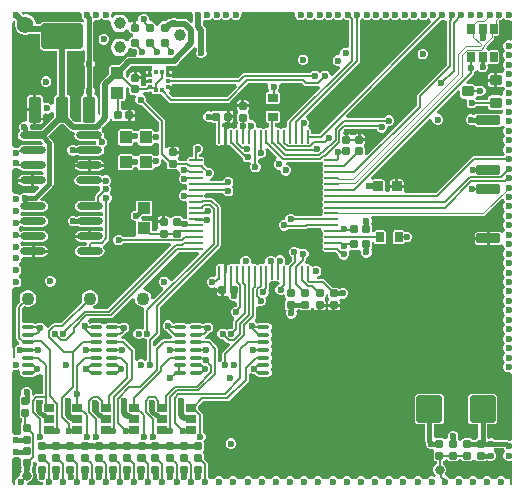
<source format=gtl>
G04*
G04 #@! TF.GenerationSoftware,Altium Limited,Altium Designer,23.4.1 (23)*
G04*
G04 Layer_Physical_Order=1*
G04 Layer_Color=255*
%FSLAX25Y25*%
%MOIN*%
G70*
G04*
G04 #@! TF.SameCoordinates,E167179E-CF05-46AC-934A-02D6A9C93522*
G04*
G04*
G04 #@! TF.FilePolarity,Positive*
G04*
G01*
G75*
%ADD12C,0.00787*%
%ADD18C,0.01968*%
G04:AMPARAMS|DCode=19|XSize=27.56mil|YSize=23.62mil|CornerRadius=2.36mil|HoleSize=0mil|Usage=FLASHONLY|Rotation=0.000|XOffset=0mil|YOffset=0mil|HoleType=Round|Shape=RoundedRectangle|*
%AMROUNDEDRECTD19*
21,1,0.02756,0.01890,0,0,0.0*
21,1,0.02284,0.02362,0,0,0.0*
1,1,0.00472,0.01142,-0.00945*
1,1,0.00472,-0.01142,-0.00945*
1,1,0.00472,-0.01142,0.00945*
1,1,0.00472,0.01142,0.00945*
%
%ADD19ROUNDEDRECTD19*%
%ADD20R,0.04331X0.03937*%
G04:AMPARAMS|DCode=21|XSize=27.56mil|YSize=36.22mil|CornerRadius=2.76mil|HoleSize=0mil|Usage=FLASHONLY|Rotation=0.000|XOffset=0mil|YOffset=0mil|HoleType=Round|Shape=RoundedRectangle|*
%AMROUNDEDRECTD21*
21,1,0.02756,0.03071,0,0,0.0*
21,1,0.02205,0.03622,0,0,0.0*
1,1,0.00551,0.01102,-0.01535*
1,1,0.00551,-0.01102,-0.01535*
1,1,0.00551,-0.01102,0.01535*
1,1,0.00551,0.01102,0.01535*
%
%ADD21ROUNDEDRECTD21*%
G04:AMPARAMS|DCode=22|XSize=27.56mil|YSize=23.62mil|CornerRadius=2.36mil|HoleSize=0mil|Usage=FLASHONLY|Rotation=90.000|XOffset=0mil|YOffset=0mil|HoleType=Round|Shape=RoundedRectangle|*
%AMROUNDEDRECTD22*
21,1,0.02756,0.01890,0,0,90.0*
21,1,0.02284,0.02362,0,0,90.0*
1,1,0.00472,0.00945,0.01142*
1,1,0.00472,0.00945,-0.01142*
1,1,0.00472,-0.00945,-0.01142*
1,1,0.00472,-0.00945,0.01142*
%
%ADD22ROUNDEDRECTD22*%
%ADD23O,0.04724X0.00984*%
%ADD24O,0.00984X0.04724*%
G04:AMPARAMS|DCode=25|XSize=33.47mil|YSize=33.47mil|CornerRadius=3.35mil|HoleSize=0mil|Usage=FLASHONLY|Rotation=0.000|XOffset=0mil|YOffset=0mil|HoleType=Round|Shape=RoundedRectangle|*
%AMROUNDEDRECTD25*
21,1,0.03347,0.02677,0,0,0.0*
21,1,0.02677,0.03347,0,0,0.0*
1,1,0.00669,0.01339,-0.01339*
1,1,0.00669,-0.01339,-0.01339*
1,1,0.00669,-0.01339,0.01339*
1,1,0.00669,0.01339,0.01339*
%
%ADD25ROUNDEDRECTD25*%
G04:AMPARAMS|DCode=26|XSize=27.56mil|YSize=36.22mil|CornerRadius=2.76mil|HoleSize=0mil|Usage=FLASHONLY|Rotation=90.000|XOffset=0mil|YOffset=0mil|HoleType=Round|Shape=RoundedRectangle|*
%AMROUNDEDRECTD26*
21,1,0.02756,0.03071,0,0,90.0*
21,1,0.02205,0.03622,0,0,90.0*
1,1,0.00551,0.01535,0.01102*
1,1,0.00551,0.01535,-0.01102*
1,1,0.00551,-0.01535,-0.01102*
1,1,0.00551,-0.01535,0.01102*
%
%ADD26ROUNDEDRECTD26*%
%ADD27O,0.08661X0.02362*%
%ADD28R,0.00787X0.21260*%
%ADD29R,0.00787X0.09055*%
%ADD30R,0.00787X0.23622*%
%ADD31R,0.00787X0.07874*%
%ADD32R,0.00787X0.08268*%
%ADD33R,0.00787X0.42126*%
%ADD34R,0.19685X0.00787*%
%ADD35R,0.26772X0.00787*%
%ADD36R,0.17717X0.00787*%
%ADD37R,0.00787X0.22441*%
%ADD38R,0.00787X0.06299*%
%ADD39R,0.05512X0.00787*%
G04:AMPARAMS|DCode=40|XSize=35.43mil|YSize=37.4mil|CornerRadius=3.54mil|HoleSize=0mil|Usage=FLASHONLY|Rotation=90.000|XOffset=0mil|YOffset=0mil|HoleType=Round|Shape=RoundedRectangle|*
%AMROUNDEDRECTD40*
21,1,0.03543,0.03032,0,0,90.0*
21,1,0.02835,0.03740,0,0,90.0*
1,1,0.00709,0.01516,0.01417*
1,1,0.00709,0.01516,-0.01417*
1,1,0.00709,-0.01516,-0.01417*
1,1,0.00709,-0.01516,0.01417*
%
%ADD40ROUNDEDRECTD40*%
G04:AMPARAMS|DCode=41|XSize=35.43mil|YSize=37.4mil|CornerRadius=3.54mil|HoleSize=0mil|Usage=FLASHONLY|Rotation=90.000|XOffset=0mil|YOffset=0mil|HoleType=Round|Shape=RoundedRectangle|*
%AMROUNDEDRECTD41*
21,1,0.03543,0.03032,0,0,90.0*
21,1,0.02835,0.03740,0,0,90.0*
1,1,0.00709,0.01516,0.01417*
1,1,0.00709,0.01516,-0.01417*
1,1,0.00709,-0.01516,-0.01417*
1,1,0.00709,-0.01516,0.01417*
%
%ADD41ROUNDEDRECTD41*%
G04:AMPARAMS|DCode=42|XSize=43.31mil|YSize=84.65mil|CornerRadius=4.33mil|HoleSize=0mil|Usage=FLASHONLY|Rotation=0.000|XOffset=0mil|YOffset=0mil|HoleType=Round|Shape=RoundedRectangle|*
%AMROUNDEDRECTD42*
21,1,0.04331,0.07598,0,0,0.0*
21,1,0.03465,0.08465,0,0,0.0*
1,1,0.00866,0.01732,-0.03799*
1,1,0.00866,-0.01732,-0.03799*
1,1,0.00866,-0.01732,0.03799*
1,1,0.00866,0.01732,0.03799*
%
%ADD42ROUNDEDRECTD42*%
G04:AMPARAMS|DCode=43|XSize=43.31mil|YSize=84.65mil|CornerRadius=4.33mil|HoleSize=0mil|Usage=FLASHONLY|Rotation=0.000|XOffset=0mil|YOffset=0mil|HoleType=Round|Shape=RoundedRectangle|*
%AMROUNDEDRECTD43*
21,1,0.04331,0.07599,0,0,0.0*
21,1,0.03465,0.08465,0,0,0.0*
1,1,0.00866,0.01732,-0.03799*
1,1,0.00866,-0.01732,-0.03799*
1,1,0.00866,-0.01732,0.03799*
1,1,0.00866,0.01732,0.03799*
%
%ADD43ROUNDEDRECTD43*%
G04:AMPARAMS|DCode=44|XSize=137.8mil|YSize=84.65mil|CornerRadius=8.47mil|HoleSize=0mil|Usage=FLASHONLY|Rotation=0.000|XOffset=0mil|YOffset=0mil|HoleType=Round|Shape=RoundedRectangle|*
%AMROUNDEDRECTD44*
21,1,0.13780,0.06772,0,0,0.0*
21,1,0.12087,0.08465,0,0,0.0*
1,1,0.01693,0.06043,-0.03386*
1,1,0.01693,-0.06043,-0.03386*
1,1,0.01693,-0.06043,0.03386*
1,1,0.01693,0.06043,0.03386*
%
%ADD44ROUNDEDRECTD44*%
G04:AMPARAMS|DCode=45|XSize=39.37mil|YSize=43.31mil|CornerRadius=3.94mil|HoleSize=0mil|Usage=FLASHONLY|Rotation=0.000|XOffset=0mil|YOffset=0mil|HoleType=Round|Shape=RoundedRectangle|*
%AMROUNDEDRECTD45*
21,1,0.03937,0.03543,0,0,0.0*
21,1,0.03150,0.04331,0,0,0.0*
1,1,0.00787,0.01575,-0.01772*
1,1,0.00787,-0.01575,-0.01772*
1,1,0.00787,-0.01575,0.01772*
1,1,0.00787,0.01575,0.01772*
%
%ADD45ROUNDEDRECTD45*%
G04:AMPARAMS|DCode=46|XSize=23.62mil|YSize=35.43mil|CornerRadius=2.36mil|HoleSize=0mil|Usage=FLASHONLY|Rotation=180.000|XOffset=0mil|YOffset=0mil|HoleType=Round|Shape=RoundedRectangle|*
%AMROUNDEDRECTD46*
21,1,0.02362,0.03071,0,0,180.0*
21,1,0.01890,0.03543,0,0,180.0*
1,1,0.00472,-0.00945,0.01535*
1,1,0.00472,0.00945,0.01535*
1,1,0.00472,0.00945,-0.01535*
1,1,0.00472,-0.00945,-0.01535*
%
%ADD46ROUNDEDRECTD46*%
G04:AMPARAMS|DCode=47|XSize=23.62mil|YSize=35.43mil|CornerRadius=2.36mil|HoleSize=0mil|Usage=FLASHONLY|Rotation=270.000|XOffset=0mil|YOffset=0mil|HoleType=Round|Shape=RoundedRectangle|*
%AMROUNDEDRECTD47*
21,1,0.02362,0.03071,0,0,270.0*
21,1,0.01890,0.03543,0,0,270.0*
1,1,0.00472,-0.01535,-0.00945*
1,1,0.00472,-0.01535,0.00945*
1,1,0.00472,0.01535,0.00945*
1,1,0.00472,0.01535,-0.00945*
%
%ADD47ROUNDEDRECTD47*%
G04:AMPARAMS|DCode=48|XSize=86.61mil|YSize=90.55mil|CornerRadius=8.66mil|HoleSize=0mil|Usage=FLASHONLY|Rotation=180.000|XOffset=0mil|YOffset=0mil|HoleType=Round|Shape=RoundedRectangle|*
%AMROUNDEDRECTD48*
21,1,0.08661,0.07323,0,0,180.0*
21,1,0.06929,0.09055,0,0,180.0*
1,1,0.01732,-0.03465,0.03661*
1,1,0.01732,0.03465,0.03661*
1,1,0.01732,0.03465,-0.03661*
1,1,0.01732,-0.03465,-0.03661*
%
%ADD48ROUNDEDRECTD48*%
%ADD49C,0.03150*%
G04:AMPARAMS|DCode=50|XSize=31.5mil|YSize=78.74mil|CornerRadius=3.15mil|HoleSize=0mil|Usage=FLASHONLY|Rotation=90.000|XOffset=0mil|YOffset=0mil|HoleType=Round|Shape=RoundedRectangle|*
%AMROUNDEDRECTD50*
21,1,0.03150,0.07244,0,0,90.0*
21,1,0.02520,0.07874,0,0,90.0*
1,1,0.00630,0.03622,0.01260*
1,1,0.00630,0.03622,-0.01260*
1,1,0.00630,-0.03622,-0.01260*
1,1,0.00630,-0.03622,0.01260*
%
%ADD50ROUNDEDRECTD50*%
%ADD51O,0.04331X0.01181*%
%ADD52R,0.01476X0.01378*%
%ADD53R,0.01378X0.01476*%
G04:AMPARAMS|DCode=54|XSize=39.37mil|YSize=43.31mil|CornerRadius=3.94mil|HoleSize=0mil|Usage=FLASHONLY|Rotation=270.000|XOffset=0mil|YOffset=0mil|HoleType=Round|Shape=RoundedRectangle|*
%AMROUNDEDRECTD54*
21,1,0.03937,0.03543,0,0,270.0*
21,1,0.03150,0.04331,0,0,270.0*
1,1,0.00787,-0.01772,-0.01575*
1,1,0.00787,-0.01772,0.01575*
1,1,0.00787,0.01772,0.01575*
1,1,0.00787,0.01772,-0.01575*
%
%ADD54ROUNDEDRECTD54*%
%ADD83C,0.03100*%
%ADD84C,0.01575*%
%ADD85C,0.00492*%
%ADD86C,0.01181*%
%ADD87C,0.02362*%
%ADD88C,0.03900*%
%ADD89C,0.04331*%
%ADD90C,0.05512*%
G36*
X144600Y154759D02*
X144710Y154663D01*
X144764Y154592D01*
Y140092D01*
X135120Y130448D01*
X134903Y130122D01*
X134826Y129738D01*
Y126600D01*
X118298Y110072D01*
X117889Y110181D01*
X117536Y110423D01*
Y112165D01*
X117472Y112488D01*
X117298Y112748D01*
X117289Y112770D01*
Y113608D01*
X117298Y113630D01*
X117472Y113890D01*
X117536Y114213D01*
Y114665D01*
X115551D01*
Y115157D01*
X115059D01*
Y116945D01*
X114409D01*
X114087Y116881D01*
X113827Y116708D01*
X113805Y116698D01*
X112967D01*
X112945Y116708D01*
X112685Y116881D01*
X112362Y116945D01*
X111713D01*
Y115157D01*
X110728D01*
Y116945D01*
X110147D01*
X110009Y117704D01*
X111041Y118736D01*
X121344D01*
X121530Y118288D01*
X122028Y117789D01*
X122679Y117520D01*
X123384D01*
X124035Y117789D01*
X124533Y118288D01*
X124803Y118939D01*
Y118958D01*
X125032Y119657D01*
X125531Y119685D01*
X125746D01*
X126397Y119955D01*
X126896Y120453D01*
X127165Y121104D01*
Y121809D01*
X126896Y122460D01*
X126397Y122959D01*
X125746Y123228D01*
X125041D01*
X124390Y122959D01*
X123892Y122460D01*
X123892Y122460D01*
X111607D01*
X111281Y123248D01*
X142955Y154921D01*
X142955Y154921D01*
X143659D01*
X144044Y155081D01*
X144600Y154759D01*
D02*
G37*
G36*
X120200Y155248D02*
X120256Y155191D01*
X120907Y154921D01*
X121612D01*
X122263Y155191D01*
X122320Y155248D01*
X122835Y155635D01*
X123349Y155248D01*
X123406Y155191D01*
X124057Y154921D01*
X124762D01*
X125413Y155191D01*
X125470Y155248D01*
X125984Y155635D01*
X126499Y155248D01*
X126556Y155191D01*
X127207Y154921D01*
X127911D01*
X128563Y155191D01*
X128620Y155248D01*
X129134Y155635D01*
X129648Y155248D01*
X129705Y155191D01*
X130356Y154921D01*
X131061D01*
X131712Y155191D01*
X131769Y155248D01*
X132283Y155635D01*
X132798Y155248D01*
X132855Y155191D01*
X133506Y154921D01*
X134211D01*
X134862Y155191D01*
X134919Y155248D01*
X135433Y155635D01*
X135948Y155248D01*
X136004Y155191D01*
X136655Y154921D01*
X137360D01*
X138012Y155191D01*
X138068Y155248D01*
X138583Y155635D01*
X139097Y155248D01*
X139154Y155191D01*
X139238Y155156D01*
X139423Y154227D01*
X102340Y117145D01*
X99529D01*
Y118012D01*
X99445Y118434D01*
X99206Y118792D01*
X98944Y118967D01*
X98799Y119212D01*
X98619Y119880D01*
X98800Y120317D01*
Y121022D01*
X98530Y121673D01*
X98032Y122171D01*
X97923Y123068D01*
X115670Y140815D01*
X115888Y141141D01*
X115964Y141525D01*
Y155171D01*
X116583Y155599D01*
X117050Y155248D01*
X117107Y155191D01*
X117758Y154921D01*
X118463D01*
X119114Y155191D01*
X119171Y155248D01*
X119685Y155635D01*
X120200Y155248D01*
D02*
G37*
G36*
X94309Y157087D02*
X94291Y157045D01*
Y156341D01*
X94561Y155689D01*
X95060Y155191D01*
X95711Y154921D01*
X96415D01*
X97067Y155191D01*
X97123Y155248D01*
X97638Y155635D01*
X98152Y155248D01*
X98209Y155191D01*
X98860Y154921D01*
X99565D01*
X100216Y155191D01*
X100273Y155248D01*
X100787Y155635D01*
X101302Y155248D01*
X101359Y155191D01*
X102010Y154921D01*
X102715D01*
X103366Y155191D01*
X103423Y155248D01*
X103937Y155635D01*
X104451Y155248D01*
X104508Y155191D01*
X105159Y154921D01*
X105864D01*
X106515Y155191D01*
X106572Y155248D01*
X107087Y155635D01*
X107601Y155248D01*
X107658Y155191D01*
X108309Y154921D01*
X109014D01*
X109665Y155191D01*
X109722Y155248D01*
X110236Y155635D01*
X110751Y155248D01*
X110808Y155191D01*
X111459Y154921D01*
X112087D01*
Y146424D01*
X111376Y145866D01*
X110671D01*
X110020Y145596D01*
X109522Y145098D01*
X109252Y144447D01*
Y143979D01*
X108988Y143571D01*
X108580Y143307D01*
X108112D01*
X107461Y143037D01*
X106963Y142539D01*
X106693Y141888D01*
Y141183D01*
X106963Y140532D01*
X107461Y140033D01*
X108112Y139764D01*
X108817D01*
X108885Y139792D01*
X109331Y139125D01*
X106693Y136486D01*
X105905Y136770D01*
X105636Y137421D01*
X105137Y137919D01*
X104486Y138189D01*
X103781D01*
X103130Y137919D01*
X102975Y137764D01*
X102461Y137507D01*
X101946Y137764D01*
X101791Y137919D01*
X101140Y138189D01*
X100435D01*
X99784Y137919D01*
X99286Y137421D01*
X99204Y137224D01*
X77051D01*
X76667Y137148D01*
X76341Y136930D01*
X75060Y135649D01*
X53150D01*
Y136122D01*
X51821D01*
Y136614D01*
X51329D01*
Y137894D01*
X51083D01*
Y138976D01*
X51083D01*
X51157Y139733D01*
X53005D01*
X53406Y139567D01*
X54111D01*
X54762Y139837D01*
X55260Y140335D01*
X55426Y140736D01*
X60586Y145896D01*
X61374Y145591D01*
Y144815D01*
X61208Y144414D01*
Y143709D01*
X61477Y143058D01*
X61976Y142560D01*
X62627Y142290D01*
X63332D01*
X63983Y142560D01*
X64481Y143058D01*
X64751Y143709D01*
Y144414D01*
X64585Y144815D01*
Y151731D01*
X64585Y151731D01*
X64463Y152346D01*
X64115Y152866D01*
X63492Y153489D01*
Y154627D01*
X64279Y155058D01*
X64608Y154921D01*
X65313D01*
X65964Y155191D01*
X66021Y155248D01*
X66536Y155635D01*
X67050Y155248D01*
X67107Y155191D01*
X67758Y154921D01*
X68463D01*
X69114Y155191D01*
X69171Y155248D01*
X69685Y155635D01*
X70200Y155248D01*
X70256Y155191D01*
X70907Y154921D01*
X71612D01*
X72263Y155191D01*
X72320Y155248D01*
X72835Y155635D01*
X73349Y155248D01*
X73406Y155191D01*
X74057Y154921D01*
X74762D01*
X75413Y155191D01*
X75911Y155689D01*
X76181Y156341D01*
Y157045D01*
X76164Y157087D01*
X76690Y157874D01*
X93782D01*
X94309Y157087D01*
D02*
G37*
G36*
X23049D02*
X23031Y157045D01*
Y156341D01*
X23301Y155689D01*
X23800Y155191D01*
X23818Y155183D01*
X23814Y154842D01*
X23355Y154504D01*
X23022Y154369D01*
X22579Y154457D01*
X10492D01*
X9932Y154346D01*
X9456Y154028D01*
X9179Y153613D01*
X7677D01*
Y153984D01*
X7449Y154835D01*
X7009Y155598D01*
X6385Y156221D01*
X5622Y156662D01*
X4771Y156890D01*
X3890D01*
X3818Y156870D01*
X3622Y157087D01*
X3971Y157874D01*
X22523D01*
X23049Y157087D01*
D02*
G37*
G36*
X60057D02*
X60039Y157045D01*
Y156341D01*
X60281Y155758D01*
Y154249D01*
X59553Y153948D01*
X58507Y154995D01*
X57986Y155343D01*
X57371Y155465D01*
X57371Y155465D01*
X54878D01*
X54289Y155709D01*
X53585D01*
X52934Y155439D01*
X52840Y155346D01*
X52354D01*
X52354Y155346D01*
X51739Y155224D01*
X51218Y154876D01*
X50924Y154581D01*
X50322D01*
X49536Y154256D01*
X48933Y153654D01*
X48642Y152949D01*
X48248Y152906D01*
X47854Y152949D01*
X47563Y153654D01*
X46961Y154256D01*
X46174Y154581D01*
X46167D01*
X45472Y154963D01*
X45472Y155309D01*
Y155667D01*
X45203Y156318D01*
X44704Y156817D01*
X44053Y157087D01*
X43348D01*
X42697Y156817D01*
X42199Y156318D01*
X41929Y155667D01*
Y155121D01*
X41528Y154720D01*
X41247Y154551D01*
X41240Y154554D01*
Y152441D01*
X40256D01*
Y154554D01*
X39536Y154256D01*
X39470Y154190D01*
X39085Y154257D01*
X38642Y154476D01*
X38482Y155073D01*
X38096Y155743D01*
X37550Y156289D01*
X36881Y156675D01*
X36134Y156875D01*
X35362D01*
X34615Y156675D01*
X33946Y156289D01*
X33534Y155877D01*
X32867Y156323D01*
X32874Y156341D01*
Y157045D01*
X32857Y157087D01*
X33383Y157874D01*
X59530D01*
X60057Y157087D01*
D02*
G37*
G36*
X164294Y155248D02*
X164351Y155191D01*
X165002Y154921D01*
X165707D01*
X165748Y154938D01*
X166535Y154412D01*
Y148737D01*
X165748Y148211D01*
X165707Y148228D01*
X165002D01*
X164351Y147959D01*
X163852Y147460D01*
X163583Y146809D01*
Y146104D01*
X163852Y145453D01*
X163909Y145396D01*
X164296Y144882D01*
X163909Y144368D01*
X163852Y144311D01*
X163583Y143659D01*
Y142955D01*
X163852Y142304D01*
X163909Y142247D01*
X164296Y141732D01*
X163909Y141218D01*
X163852Y141161D01*
X163583Y140510D01*
Y139805D01*
X163852Y139154D01*
X163909Y139097D01*
X164296Y138583D01*
X163909Y138068D01*
X163852Y138011D01*
X163712Y137673D01*
X162984Y137332D01*
X162795Y137323D01*
X162546Y137373D01*
X161522D01*
Y134992D01*
Y132611D01*
X162546D01*
X162915Y132685D01*
X162962Y132716D01*
X163779Y132568D01*
X164054Y131962D01*
X163909Y131769D01*
X163852Y131712D01*
X163583Y131061D01*
Y130356D01*
X163604Y130306D01*
X162968Y129783D01*
X162915Y129819D01*
X162546Y129892D01*
X159514D01*
X159146Y129819D01*
X158833Y129610D01*
X158624Y129298D01*
X158551Y128929D01*
Y128366D01*
X154852D01*
X154302Y129001D01*
X154380Y129488D01*
X155103Y129829D01*
X155553Y129642D01*
X156258D01*
X156909Y129912D01*
X157407Y130410D01*
X157677Y131062D01*
Y131766D01*
X157407Y132418D01*
X156909Y132916D01*
X156258Y133186D01*
X155553D01*
X155003Y132958D01*
X154694Y132988D01*
X154074Y133202D01*
X153975Y133350D01*
X153663Y133559D01*
X153294Y133633D01*
X151632D01*
X151330Y134360D01*
X153660Y136689D01*
X153877Y137015D01*
X153954Y137399D01*
Y137670D01*
X153956Y137671D01*
X154455Y138170D01*
X154604Y138210D01*
X155331Y138227D01*
X155689Y137868D01*
X156341Y137598D01*
X157045D01*
X157696Y137868D01*
X158195Y138366D01*
X158465Y139018D01*
Y139723D01*
X158324Y140061D01*
X158582Y140288D01*
X158997Y140481D01*
X159077Y140433D01*
X159163Y140375D01*
X159486Y140311D01*
X161375D01*
X161698Y140375D01*
X161972Y140558D01*
X162154Y140832D01*
X162218Y141154D01*
Y144225D01*
X162154Y144548D01*
X161972Y144821D01*
X161698Y145004D01*
X161375Y145068D01*
X159486D01*
X159163Y145004D01*
X159077Y144946D01*
X158886Y144832D01*
X158106Y145005D01*
X158002Y145255D01*
X157947Y145542D01*
X157941Y145810D01*
X158022Y145932D01*
X158087Y146258D01*
Y146489D01*
X160335Y148737D01*
X160520Y149014D01*
X160585Y149340D01*
Y149760D01*
X161375D01*
X161698Y149824D01*
X161972Y150007D01*
X162154Y150280D01*
X162218Y150603D01*
Y153674D01*
X162154Y153997D01*
X162031Y154181D01*
X162293Y154921D01*
X162557D01*
X163208Y155191D01*
X163265Y155248D01*
X163780Y155635D01*
X164294Y155248D01*
D02*
G37*
G36*
X30042Y155248D02*
X30099Y155191D01*
X30750Y154921D01*
X31455D01*
X32106Y155191D01*
X32226Y155163D01*
X32814Y154327D01*
Y153555D01*
X33014Y152808D01*
X33400Y152139D01*
X33946Y151593D01*
X34615Y151207D01*
X35362Y151007D01*
X36134D01*
X36881Y151207D01*
X37550Y151593D01*
X37865Y151908D01*
X37917Y151915D01*
X38668Y151755D01*
X38733Y151711D01*
X38933Y151228D01*
X39536Y150626D01*
X40240Y150335D01*
X40283Y149941D01*
X40240Y149547D01*
X39536Y149256D01*
X38933Y148653D01*
X38733Y148170D01*
X38668Y148127D01*
X37917Y147967D01*
X37865Y147974D01*
X37550Y148289D01*
X36881Y148675D01*
X36134Y148875D01*
X35362D01*
X34615Y148675D01*
X33946Y148289D01*
X33400Y147743D01*
X33014Y147073D01*
X32814Y146327D01*
Y145555D01*
X33014Y144808D01*
X33400Y144139D01*
X33946Y143593D01*
X34615Y143207D01*
X35362Y143007D01*
X36134D01*
X36881Y143207D01*
X37550Y143593D01*
X38096Y144139D01*
X38482Y144808D01*
X38642Y145406D01*
X39085Y145625D01*
X39470Y145692D01*
X39536Y145626D01*
X40322Y145300D01*
X41041D01*
X41473Y144757D01*
X41535Y144644D01*
Y143939D01*
X41577Y143838D01*
X41194Y142871D01*
X41191Y142869D01*
X41191Y142869D01*
X39000D01*
X39000Y142869D01*
X38385Y142747D01*
X37864Y142399D01*
X37864Y142399D01*
X35445Y139980D01*
X33169D01*
X32785Y139903D01*
X32460Y139686D01*
X32242Y139360D01*
X32166Y138976D01*
Y137094D01*
X29801Y134730D01*
X29453Y134209D01*
X29331Y133594D01*
X29331Y133594D01*
Y123493D01*
X29154Y123374D01*
X28367Y123792D01*
Y128996D01*
X28287Y129395D01*
X28061Y129734D01*
X27722Y129960D01*
X27664Y129972D01*
X27573Y130055D01*
X27250Y130667D01*
X27231Y130827D01*
X27362Y131144D01*
Y131849D01*
X27092Y132500D01*
X26996Y132597D01*
Y139344D01*
X27092Y139441D01*
X27362Y140092D01*
Y140797D01*
X27092Y141448D01*
X26996Y141545D01*
Y154517D01*
X27600Y154921D01*
X28305D01*
X28956Y155191D01*
X29013Y155248D01*
X29528Y155635D01*
X30042Y155248D01*
D02*
G37*
G36*
X46555Y138976D02*
X46555D01*
Y137894D01*
X46309D01*
Y136614D01*
X45817D01*
Y136122D01*
X44488D01*
Y135138D01*
X45817D01*
Y134154D01*
X44488D01*
Y132893D01*
X42918D01*
X42865Y133157D01*
X42692Y133417D01*
X42683Y133439D01*
Y134277D01*
X42692Y134300D01*
X42865Y134559D01*
X42930Y134882D01*
Y135335D01*
X40945D01*
Y135827D01*
X40453D01*
Y137615D01*
X39803D01*
X39481Y137550D01*
X39207Y137368D01*
X39024Y137094D01*
X38960Y136772D01*
Y136027D01*
X38233Y135726D01*
X37716Y136242D01*
Y137709D01*
X39665Y139658D01*
X41555D01*
X41774Y139567D01*
X42478D01*
X42879Y139733D01*
X46481D01*
X46555Y138976D01*
D02*
G37*
G36*
X74743Y132855D02*
X71336Y129448D01*
X53369D01*
X52147Y130670D01*
X52448Y131398D01*
X53150D01*
Y132185D01*
X51821D01*
Y133169D01*
X53150D01*
Y133642D01*
X74417D01*
X74743Y132855D01*
D02*
G37*
G36*
X97224Y133247D02*
X97549Y133029D01*
X97933Y132953D01*
X101673D01*
X102057Y133029D01*
X102255Y133161D01*
X102757Y132550D01*
X91810Y121603D01*
X91593Y121278D01*
X91516Y120894D01*
Y119616D01*
X91369Y119457D01*
X90729Y119080D01*
X90551Y119116D01*
X90129Y119032D01*
X89567Y118856D01*
X89005Y119032D01*
X88583Y119116D01*
X88405Y119080D01*
X87765Y119457D01*
X87618Y119616D01*
Y120849D01*
X88346D01*
X88684Y120916D01*
X88971Y121108D01*
X89162Y121394D01*
X89230Y121732D01*
Y123937D01*
X89162Y124275D01*
X88971Y124562D01*
X88684Y124753D01*
X88346Y124820D01*
X85276D01*
X84938Y124753D01*
X84651Y124562D01*
X84460Y124275D01*
X84392Y123937D01*
Y121732D01*
X84460Y121394D01*
X84651Y121108D01*
X84938Y120916D01*
X85276Y120849D01*
X85611D01*
Y119616D01*
X85463Y119457D01*
X84823Y119080D01*
X84646Y119116D01*
X84223Y119032D01*
X83865Y118792D01*
X83458D01*
X83100Y119032D01*
X82677Y119116D01*
X82255Y119032D01*
X81948Y118936D01*
X81332Y119485D01*
X81325Y119496D01*
Y120196D01*
X81056Y120847D01*
X80557Y121345D01*
X79906Y121615D01*
X79201D01*
X78756Y122283D01*
Y123445D01*
X78692Y123767D01*
X78519Y124027D01*
X78510Y124049D01*
Y124888D01*
X78519Y124910D01*
X78692Y125170D01*
X78756Y125492D01*
Y125945D01*
X76772D01*
Y126437D01*
D01*
Y125945D01*
X74787D01*
Y125492D01*
X74851Y125170D01*
X75025Y124910D01*
X75034Y124888D01*
Y124049D01*
X75025Y124027D01*
X74851Y123767D01*
X74787Y123445D01*
Y121555D01*
X74851Y121232D01*
X75034Y120959D01*
X75195Y120851D01*
X75198Y120830D01*
X74928Y120179D01*
Y119882D01*
X74851Y119412D01*
X74381Y119032D01*
X73819Y118856D01*
X73257Y119032D01*
X72835Y119116D01*
X72412Y119032D01*
X71850Y118856D01*
X71358Y119010D01*
Y116142D01*
Y113274D01*
X71850Y113427D01*
X72412Y113252D01*
X72441Y113246D01*
X76674Y109013D01*
Y109013D01*
X76943Y108362D01*
X77442Y107863D01*
X78093Y107594D01*
X78798D01*
X78955Y107659D01*
X79028Y107624D01*
X79487Y107022D01*
X79217Y106371D01*
Y105666D01*
X79487Y105015D01*
X79985Y104517D01*
X80637Y104247D01*
X81341D01*
X81993Y104517D01*
X82491Y105015D01*
X82761Y105666D01*
Y106371D01*
X82491Y107022D01*
X81993Y107521D01*
X81750Y107621D01*
Y108522D01*
X82522Y109055D01*
X83226D01*
X83878Y109325D01*
X84376Y109823D01*
X84646Y110474D01*
Y111179D01*
X84376Y111830D01*
X84195Y112011D01*
X84220Y112165D01*
X85061Y112437D01*
X88172Y109326D01*
X87987Y108398D01*
X87973Y108392D01*
X87475Y107893D01*
X87205Y107242D01*
Y106537D01*
X87475Y105886D01*
X87973Y105388D01*
X88624Y105118D01*
X88691D01*
X89370Y104569D01*
X89444Y104391D01*
X89640Y103918D01*
X90138Y103419D01*
X90789Y103150D01*
X91494D01*
X92145Y103419D01*
X92644Y103918D01*
X92913Y104569D01*
Y105274D01*
X92644Y105925D01*
X92145Y106423D01*
X91494Y106693D01*
X91427D01*
X91138Y106927D01*
X91120Y106969D01*
X91645Y107756D01*
X102666D01*
X103050Y107833D01*
X103493Y107577D01*
X103585Y107283D01*
X103409Y106722D01*
X103325Y106299D01*
X103409Y105877D01*
X103649Y105519D01*
Y105111D01*
X103409Y104753D01*
X103325Y104331D01*
X103409Y103908D01*
X103649Y103550D01*
Y103143D01*
X103409Y102785D01*
X103325Y102362D01*
X103409Y101940D01*
X103585Y101378D01*
X103409Y100816D01*
X103325Y100394D01*
X103409Y99971D01*
X103649Y99613D01*
Y99206D01*
X103409Y98848D01*
X103325Y98425D01*
X103409Y98003D01*
X103585Y97441D01*
X103409Y96879D01*
X103325Y96457D01*
X103409Y96034D01*
X103649Y95676D01*
Y95269D01*
X103409Y94911D01*
X103325Y94488D01*
X103409Y94066D01*
X103585Y93504D01*
X103409Y92942D01*
X103325Y92520D01*
X103409Y92097D01*
X103585Y91535D01*
X103409Y90974D01*
X103325Y90551D01*
X103361Y90374D01*
X102984Y89734D01*
X102825Y89586D01*
X94218D01*
X94218Y89586D01*
X93720Y90085D01*
X93069Y90354D01*
X92364D01*
X91713Y90085D01*
X91215Y89586D01*
X90945Y88935D01*
Y88413D01*
X90904Y88386D01*
X90199D01*
X89548Y88116D01*
X89049Y87618D01*
X88779Y86967D01*
Y86262D01*
X89049Y85611D01*
X89548Y85112D01*
X90199Y84842D01*
X90904D01*
X91555Y85112D01*
X91955Y85512D01*
X97759D01*
X98143Y85589D01*
X98176Y85611D01*
X102825D01*
X102984Y85463D01*
X103361Y84823D01*
X103325Y84646D01*
X103409Y84223D01*
X103585Y83661D01*
X103409Y83100D01*
X103325Y82677D01*
X103409Y82255D01*
X103585Y81693D01*
X103409Y81131D01*
X103325Y80709D01*
X103409Y80286D01*
X103649Y79928D01*
Y79521D01*
X103409Y79163D01*
X103325Y78740D01*
X103409Y78318D01*
X103649Y77960D01*
X104007Y77720D01*
X104429Y77636D01*
X107854D01*
X108661Y76829D01*
Y76616D01*
X108931Y75965D01*
X109430Y75467D01*
X110081Y75197D01*
X110785D01*
X111437Y75467D01*
X111935Y75965D01*
X112205Y76616D01*
Y77321D01*
X112034Y77733D01*
X112081Y77851D01*
X112188Y77975D01*
X112709Y78394D01*
X113031Y78330D01*
X114921D01*
X115244Y78394D01*
X115504Y78568D01*
X115526Y78577D01*
X115565D01*
X116095Y77965D01*
X116142Y77850D01*
Y77207D01*
X116411Y76556D01*
X116910Y76057D01*
X117561Y75787D01*
X118266D01*
X118917Y76057D01*
X119415Y76556D01*
X119685Y77207D01*
Y77912D01*
X119419Y78554D01*
X119454Y78577D01*
X119637Y78851D01*
X119701Y79173D01*
Y80897D01*
X120489Y80975D01*
X120523Y80804D01*
X120714Y80517D01*
X121001Y80326D01*
X121339Y80259D01*
X123543D01*
X123881Y80326D01*
X124168Y80517D01*
X124359Y80804D01*
X124426Y81142D01*
Y84213D01*
X124359Y84550D01*
X124168Y84837D01*
X123881Y85028D01*
X123543Y85096D01*
X121339D01*
X121001Y85028D01*
X120714Y84837D01*
X120523Y84550D01*
X120489Y84379D01*
X119701Y84457D01*
Y86575D01*
X119637Y86897D01*
X119454Y87171D01*
X119419Y87194D01*
X119685Y87837D01*
Y88541D01*
X119532Y88911D01*
X119893Y89611D01*
X119993Y89698D01*
X156765D01*
X157091Y89763D01*
X157368Y89948D01*
X162855Y95435D01*
X163777Y95243D01*
X163852Y95060D01*
X163909Y95003D01*
X164296Y94488D01*
X163909Y93974D01*
X163852Y93917D01*
X163583Y93266D01*
Y92561D01*
X163852Y91910D01*
X163909Y91853D01*
X164296Y91339D01*
X163909Y90824D01*
X163852Y90767D01*
X163583Y90116D01*
Y89411D01*
X163852Y88760D01*
X163909Y88703D01*
X164296Y88189D01*
X163909Y87675D01*
X163852Y87618D01*
X163583Y86967D01*
Y86262D01*
X163852Y85611D01*
X163909Y85554D01*
X164296Y85039D01*
X163909Y84525D01*
X163852Y84468D01*
X163793Y84325D01*
X162952Y84198D01*
X162898Y84222D01*
X162637Y84396D01*
X162284Y84467D01*
X159154D01*
Y82284D01*
Y80100D01*
X162284D01*
X162637Y80171D01*
X162795Y80277D01*
X163374Y80094D01*
X163583Y79963D01*
X163852Y79311D01*
X163909Y79255D01*
X164296Y78740D01*
X163909Y78226D01*
X163852Y78169D01*
X163583Y77518D01*
Y76813D01*
X163852Y76162D01*
X163909Y76105D01*
X164296Y75591D01*
X163909Y75076D01*
X163852Y75019D01*
X163583Y74368D01*
Y73663D01*
X163852Y73012D01*
X163909Y72955D01*
X164296Y72441D01*
X163909Y71927D01*
X163852Y71870D01*
X163583Y71219D01*
Y70514D01*
X163852Y69863D01*
X163909Y69806D01*
X164296Y69291D01*
X163909Y68777D01*
X163852Y68720D01*
X163583Y68069D01*
Y67364D01*
X163852Y66713D01*
X163909Y66656D01*
X164296Y66142D01*
X163909Y65627D01*
X163852Y65570D01*
X163583Y64919D01*
Y64214D01*
X163852Y63563D01*
X163909Y63507D01*
X164296Y62992D01*
X163909Y62478D01*
X163852Y62421D01*
X163583Y61770D01*
Y61065D01*
X163852Y60414D01*
X163909Y60357D01*
X164296Y59842D01*
X163909Y59328D01*
X163852Y59271D01*
X163583Y58620D01*
Y57915D01*
X163852Y57264D01*
X163909Y57207D01*
X164296Y56693D01*
X163909Y56178D01*
X163852Y56122D01*
X163583Y55471D01*
Y54766D01*
X163852Y54115D01*
X163909Y54058D01*
X164296Y53543D01*
X163909Y53029D01*
X163852Y52972D01*
X163583Y52321D01*
Y51616D01*
X163852Y50965D01*
X163909Y50908D01*
X164296Y50394D01*
X163909Y49879D01*
X163852Y49823D01*
X163583Y49171D01*
Y48467D01*
X163852Y47815D01*
X163909Y47758D01*
X164296Y47244D01*
X163909Y46730D01*
X163852Y46673D01*
X163583Y46022D01*
Y45317D01*
X163852Y44666D01*
X163909Y44609D01*
X164296Y44094D01*
X163909Y43580D01*
X163852Y43523D01*
X163583Y42872D01*
Y42167D01*
X163852Y41516D01*
X163909Y41459D01*
X164296Y40945D01*
X163909Y40431D01*
X163852Y40374D01*
X163583Y39722D01*
Y39018D01*
X163852Y38366D01*
X164351Y37868D01*
X165002Y37598D01*
X165707D01*
X165748Y37615D01*
X166535Y37089D01*
Y15273D01*
X165748Y14747D01*
X165707Y14764D01*
X165357D01*
X165347Y14773D01*
X164892Y15078D01*
X164354Y15184D01*
X160746D01*
X160649Y15281D01*
X159998Y15551D01*
X159293D01*
X158885Y15382D01*
X158240Y15697D01*
X158098Y15843D01*
Y20247D01*
X160158D01*
X160726Y20360D01*
X161208Y20682D01*
X161530Y21164D01*
X161643Y21732D01*
Y29055D01*
X161530Y29623D01*
X161208Y30105D01*
X160726Y30427D01*
X160158Y30540D01*
X153228D01*
X152660Y30427D01*
X152178Y30105D01*
X151856Y29623D01*
X151743Y29055D01*
Y21732D01*
X151856Y21164D01*
X152178Y20682D01*
X152660Y20360D01*
X153228Y20247D01*
X155288D01*
Y15567D01*
X154961D01*
X154638Y15503D01*
X154365Y15321D01*
X154274Y15184D01*
X153403D01*
X153313Y15321D01*
X153039Y15503D01*
X152717Y15567D01*
X150433D01*
X150110Y15503D01*
X149837Y15321D01*
X149654Y15047D01*
X149590Y14724D01*
X148835Y14765D01*
X148771Y15087D01*
X148588Y15361D01*
X148412Y15479D01*
X148622Y15986D01*
Y16691D01*
X148352Y17342D01*
X147854Y17841D01*
X147203Y18110D01*
X146498D01*
X145847Y17841D01*
X145349Y17342D01*
X145079Y16691D01*
Y15986D01*
X145094Y15950D01*
X144836Y15522D01*
X144792Y15514D01*
X143922Y15454D01*
X143787Y15544D01*
X143465Y15608D01*
X141181D01*
X141169Y15605D01*
X140486Y16034D01*
X140381Y16172D01*
Y20247D01*
X142441D01*
X143009Y20360D01*
X143491Y20682D01*
X143813Y21164D01*
X143926Y21732D01*
Y29055D01*
X143813Y29623D01*
X143491Y30105D01*
X143009Y30427D01*
X142441Y30540D01*
X135512D01*
X134943Y30427D01*
X134462Y30105D01*
X134140Y29623D01*
X134027Y29055D01*
Y21732D01*
X134140Y21164D01*
X134462Y20682D01*
X134943Y20360D01*
X135512Y20247D01*
X137571D01*
Y14583D01*
X137678Y14045D01*
X137795Y13871D01*
Y13427D01*
X138065Y12776D01*
X138563Y12278D01*
X139215Y12008D01*
X139919D01*
X140027Y12052D01*
X140585Y11456D01*
Y11432D01*
X140576Y11410D01*
X140402Y11150D01*
X140338Y10828D01*
Y8938D01*
X140402Y8615D01*
X140585Y8342D01*
X140858Y8159D01*
X141181Y8095D01*
X141359D01*
Y7030D01*
X141175Y6954D01*
X140566Y6345D01*
X140236Y5549D01*
Y4687D01*
X140566Y3892D01*
X141032Y3426D01*
X140585Y2758D01*
X140116Y2953D01*
X139411D01*
X138760Y2683D01*
X138262Y2185D01*
X138172Y1969D01*
X136631D01*
X136541Y2185D01*
X136043Y2683D01*
X135392Y2953D01*
X134687D01*
X134036Y2683D01*
X133537Y2185D01*
X133448Y1969D01*
X131906D01*
X131817Y2185D01*
X131319Y2683D01*
X130667Y2953D01*
X129963D01*
X129312Y2683D01*
X128813Y2185D01*
X128724Y1969D01*
X127182D01*
X127093Y2185D01*
X126594Y2683D01*
X125943Y2953D01*
X125238D01*
X124587Y2683D01*
X124089Y2185D01*
X123999Y1969D01*
X122458D01*
X122368Y2185D01*
X121870Y2683D01*
X121219Y2953D01*
X120514D01*
X119863Y2683D01*
X119364Y2185D01*
X119275Y1969D01*
X117733D01*
X117644Y2185D01*
X117145Y2683D01*
X116494Y2953D01*
X115789D01*
X115138Y2683D01*
X114640Y2185D01*
X114550Y1969D01*
X113009D01*
X112919Y2185D01*
X112421Y2683D01*
X111770Y2953D01*
X111065D01*
X110414Y2683D01*
X109915Y2185D01*
X109826Y1969D01*
X108284D01*
X108195Y2185D01*
X107697Y2683D01*
X107045Y2953D01*
X106341D01*
X105689Y2683D01*
X105191Y2185D01*
X105102Y1969D01*
X103560D01*
X103471Y2185D01*
X102972Y2683D01*
X102321Y2953D01*
X101616D01*
X100965Y2683D01*
X100467Y2185D01*
X100377Y1969D01*
X98836D01*
X98746Y2185D01*
X98248Y2683D01*
X97597Y2953D01*
X96892D01*
X96241Y2683D01*
X95742Y2185D01*
X95653Y1969D01*
X94111D01*
X94022Y2185D01*
X93523Y2683D01*
X92872Y2953D01*
X92167D01*
X91516Y2683D01*
X91018Y2185D01*
X90928Y1969D01*
X89387D01*
X89297Y2185D01*
X88799Y2683D01*
X88148Y2953D01*
X87443D01*
X86792Y2683D01*
X86293Y2185D01*
X86204Y1969D01*
X84662D01*
X84573Y2185D01*
X84074Y2683D01*
X83423Y2953D01*
X82718D01*
X82067Y2683D01*
X81569Y2185D01*
X81479Y1969D01*
X79938D01*
X79848Y2185D01*
X79350Y2683D01*
X78699Y2953D01*
X77994D01*
X77343Y2683D01*
X76845Y2185D01*
X76755Y1969D01*
X75213D01*
X75124Y2185D01*
X74626Y2683D01*
X73975Y2953D01*
X73270D01*
X72619Y2683D01*
X72120Y2185D01*
X72031Y1969D01*
X70489D01*
X70400Y2185D01*
X69901Y2683D01*
X69250Y2953D01*
X68545D01*
X67894Y2683D01*
X67396Y2185D01*
X67306Y1969D01*
X65765D01*
X65675Y2185D01*
X65177Y2683D01*
X65177Y2683D01*
Y6890D01*
X65100Y7274D01*
X64883Y7599D01*
X63796Y8687D01*
Y10000D01*
X63732Y10323D01*
X63558Y10582D01*
X63549Y10605D01*
Y11443D01*
X63558Y11465D01*
X63732Y11725D01*
X63796Y12047D01*
Y13937D01*
X63732Y14260D01*
X63614Y14605D01*
X64052Y15090D01*
X64100Y15138D01*
X64370Y15789D01*
Y16494D01*
X64100Y17145D01*
X63602Y17644D01*
X63602Y17644D01*
Y23228D01*
X63526Y23612D01*
X63308Y23938D01*
X61863Y25383D01*
Y26191D01*
X63605Y27933D01*
X71653D01*
X72038Y28010D01*
X72363Y28227D01*
X78465Y34330D01*
X78683Y34655D01*
X78759Y35039D01*
Y36913D01*
X79508Y37278D01*
X80159Y37008D01*
X80864D01*
X80974Y36941D01*
X81235Y36550D01*
X81626Y36289D01*
X82087Y36197D01*
X85236D01*
X85697Y36289D01*
X86088Y36550D01*
X86349Y36941D01*
X86440Y37402D01*
X86349Y37862D01*
X86097Y38240D01*
X86088Y38253D01*
Y39109D01*
X86097Y39122D01*
X86349Y39500D01*
X86440Y39961D01*
X86349Y40422D01*
X86097Y40799D01*
X86088Y40812D01*
Y41668D01*
X86097Y41681D01*
X86349Y42059D01*
X86440Y42520D01*
X86349Y42981D01*
X86097Y43358D01*
X86088Y43371D01*
Y44227D01*
X86097Y44240D01*
X86349Y44618D01*
X86440Y45079D01*
X86349Y45540D01*
X86097Y45917D01*
X86088Y45930D01*
Y46786D01*
X86097Y46799D01*
X86349Y47177D01*
X86440Y47638D01*
X86349Y48099D01*
X86097Y48476D01*
X86088Y48489D01*
Y49345D01*
X86097Y49358D01*
X86349Y49736D01*
X86440Y50197D01*
X86349Y50658D01*
X86097Y51035D01*
X86088Y51049D01*
Y51904D01*
X86097Y51917D01*
X86349Y52295D01*
X86440Y52756D01*
X86349Y53217D01*
X86088Y53607D01*
X85697Y53868D01*
X85236Y53960D01*
X82087D01*
X81626Y53868D01*
X81529Y53898D01*
X81423Y54153D01*
X80925Y54651D01*
X80817Y55549D01*
X81025Y55757D01*
X81242Y56082D01*
X81318Y56466D01*
Y59242D01*
X82106Y59736D01*
X82325Y59646D01*
X83030D01*
X83681Y59915D01*
X84179Y60414D01*
X84449Y61065D01*
Y61770D01*
X84179Y62421D01*
X84665Y62868D01*
X85163Y63367D01*
X85433Y64018D01*
Y64723D01*
X85308Y65024D01*
X85355Y65071D01*
X85573Y65396D01*
X85649Y65781D01*
Y67392D01*
X85797Y67551D01*
X86437Y67927D01*
X86614Y67892D01*
X87037Y67976D01*
X87395Y68216D01*
X87802D01*
X88160Y67976D01*
X88583Y67892D01*
X89059Y67252D01*
X89050Y67178D01*
X88962Y66934D01*
X88935Y66895D01*
X88367Y66659D01*
X87868Y66161D01*
X87598Y65510D01*
Y64805D01*
X87868Y64154D01*
X88367Y63656D01*
X89018Y63386D01*
X89723D01*
X90141Y63559D01*
X90769Y63258D01*
X90929Y63098D01*
Y63032D01*
X90993Y62709D01*
X91166Y62449D01*
X91176Y62427D01*
Y61589D01*
X91166Y61567D01*
X90993Y61307D01*
X90929Y60984D01*
Y59095D01*
X90993Y58772D01*
X91176Y58498D01*
X91406Y58345D01*
X91412Y58287D01*
X91142Y57636D01*
Y56931D01*
X91412Y56280D01*
X91910Y55782D01*
X92561Y55512D01*
X93266D01*
X93917Y55782D01*
X94415Y56280D01*
X94685Y56931D01*
Y57636D01*
X94568Y57919D01*
X95074Y58603D01*
X95836Y58594D01*
X95900Y58498D01*
X96174Y58316D01*
X96496Y58252D01*
X98779D01*
X99102Y58316D01*
X99376Y58498D01*
X99558Y58772D01*
X99622Y59095D01*
X100378D01*
X100442Y58772D01*
X100624Y58498D01*
X100898Y58316D01*
X101221Y58252D01*
X101870D01*
Y60039D01*
X102362D01*
Y60532D01*
X104347D01*
Y60984D01*
X104283Y61307D01*
X104109Y61567D01*
X104100Y61589D01*
Y62427D01*
X104109Y62449D01*
X104283Y62709D01*
X104347Y63032D01*
Y63310D01*
X105134Y63731D01*
X105154Y63718D01*
Y63032D01*
X105218Y62709D01*
X105392Y62449D01*
X105401Y62427D01*
Y61589D01*
X105392Y61567D01*
X105218Y61307D01*
X105154Y60984D01*
Y60532D01*
X107139D01*
X109123D01*
Y60984D01*
X109059Y61307D01*
X108886Y61567D01*
X108877Y61589D01*
Y61688D01*
X109664Y62214D01*
X109687Y62205D01*
X110392D01*
X111043Y62475D01*
X111541Y62973D01*
X111811Y63624D01*
Y64329D01*
X111541Y64980D01*
X111043Y65478D01*
X110392Y65748D01*
X109687D01*
X109036Y65478D01*
X108893Y65492D01*
X108877Y65517D01*
X108603Y65700D01*
X108280Y65764D01*
X106770D01*
X104108Y68426D01*
X103783Y68644D01*
X103399Y68720D01*
X101580D01*
X101533Y69488D01*
X102185Y69758D01*
X102683Y70256D01*
X102953Y70907D01*
Y71612D01*
X102683Y72263D01*
X102185Y72762D01*
X101533Y73032D01*
X100829D01*
X100287Y72807D01*
X100283Y72807D01*
X99779Y72971D01*
X99448Y73146D01*
X99445Y73159D01*
X99206Y73517D01*
X98848Y73756D01*
X98425Y73840D01*
X98008Y73757D01*
X97990Y73771D01*
X97481Y74354D01*
X97608Y74545D01*
X97685Y74929D01*
Y75482D01*
X97986Y75607D01*
X98484Y76106D01*
X98754Y76757D01*
Y77462D01*
X98484Y78113D01*
X97986Y78611D01*
X97335Y78881D01*
X96630D01*
X95979Y78611D01*
X95158Y78904D01*
X94966Y79096D01*
X94315Y79366D01*
X93610D01*
X92959Y79096D01*
X92460Y78598D01*
X92191Y77946D01*
Y77242D01*
X92460Y76591D01*
X92959Y76092D01*
X93189Y75997D01*
Y74825D01*
X92126Y73762D01*
X92097Y73756D01*
X91739Y73517D01*
X91332D01*
X90974Y73756D01*
X90795Y74090D01*
X90945Y74451D01*
Y75156D01*
X90675Y75807D01*
X90177Y76305D01*
X89526Y76575D01*
X88821D01*
X88170Y76305D01*
X87671Y75807D01*
X87027Y76108D01*
X86376Y76378D01*
X85671D01*
X85020Y76108D01*
X84522Y75610D01*
X84252Y74959D01*
Y74254D01*
X83729Y73602D01*
X83661Y73580D01*
X83100Y73756D01*
X82677Y73840D01*
X82255Y73756D01*
X81897Y73517D01*
X81489D01*
X81131Y73756D01*
X80709Y73840D01*
X80286Y73756D01*
X80062Y73686D01*
X79459Y74147D01*
X79527Y74313D01*
Y75017D01*
X79258Y75669D01*
X78759Y76167D01*
X78108Y76437D01*
X77403D01*
X76752Y76167D01*
X76254Y75669D01*
X75984Y75017D01*
Y74313D01*
X76053Y74147D01*
X75450Y73686D01*
X75226Y73756D01*
X74803Y73840D01*
X74381Y73756D01*
X73819Y73580D01*
X73257Y73756D01*
X72835Y73840D01*
X72412Y73756D01*
X72054Y73517D01*
X71647D01*
X71358Y73709D01*
Y70866D01*
X70374D01*
Y73734D01*
X69882Y73580D01*
X69320Y73756D01*
X68898Y73840D01*
X68475Y73756D01*
X68117Y73517D01*
X67878Y73159D01*
X67794Y72736D01*
Y69867D01*
X67018Y69336D01*
X66888Y69390D01*
X66183D01*
X65532Y69120D01*
X65034Y68622D01*
X64764Y67971D01*
Y67266D01*
X65034Y66615D01*
X65532Y66116D01*
X66183Y65847D01*
X66888D01*
X67307Y66020D01*
X67935Y65719D01*
X68094Y65559D01*
Y65453D01*
X69882D01*
Y64961D01*
X70374D01*
Y62976D01*
X70827D01*
X71149Y63040D01*
X71260Y63114D01*
X71898Y62898D01*
X72070Y62781D01*
X72317Y62185D01*
X72815Y61687D01*
X73466Y61417D01*
X74171D01*
X74882Y60860D01*
Y59799D01*
X74533Y59449D01*
X74254D01*
X73603Y59179D01*
X73104Y58681D01*
X72835Y58030D01*
Y57325D01*
X73104Y56674D01*
X73603Y56175D01*
X73793Y56096D01*
X73988Y55178D01*
X73798Y54988D01*
X73581Y54662D01*
X73504Y54278D01*
Y52540D01*
X73161Y52197D01*
X72514D01*
X71863Y51927D01*
X71422Y51486D01*
X71016Y51892D01*
X70365Y52162D01*
X69660D01*
X69009Y51892D01*
X68510Y51394D01*
X68241Y50743D01*
Y50038D01*
X68510Y49387D01*
X69009Y48888D01*
X69660Y48619D01*
X70331D01*
X71301Y47649D01*
X71626Y47431D01*
X72010Y47355D01*
X72080D01*
X72382Y46628D01*
X70157Y44402D01*
X69939Y44077D01*
X69863Y43693D01*
Y41659D01*
X69863Y41659D01*
X69364Y41161D01*
X69311Y41032D01*
X68523Y41188D01*
Y45472D01*
X68447Y45856D01*
X68229Y46182D01*
X66064Y48347D01*
X65738Y48565D01*
X65354Y48641D01*
X64406D01*
X64321Y48874D01*
X64275Y49429D01*
X64475Y49563D01*
X65343Y50430D01*
X65503Y50670D01*
X65525D01*
X66176Y50940D01*
X66675Y51438D01*
X66944Y52089D01*
Y52794D01*
X66675Y53445D01*
X66176Y53944D01*
X65525Y54213D01*
X64820D01*
X64169Y53944D01*
X63882Y53657D01*
X63745Y53684D01*
X63532D01*
X63256Y53868D01*
X62795Y53960D01*
X59646D01*
X59185Y53868D01*
X58794Y53607D01*
X58135D01*
X57744Y53868D01*
X57284Y53960D01*
X54134D01*
X53673Y53868D01*
X53576Y53898D01*
X53470Y54153D01*
X52972Y54651D01*
X52321Y54921D01*
X51616D01*
X50965Y54651D01*
X50467Y54153D01*
X50197Y53502D01*
Y52797D01*
X50467Y52146D01*
X50965Y51648D01*
X51514Y51420D01*
X51560Y51351D01*
X52983Y49929D01*
X53021Y49736D01*
X53176Y49504D01*
X52988Y48938D01*
X52828Y48717D01*
X50469D01*
X50085Y48640D01*
X49759Y48423D01*
X47657Y46320D01*
X47118Y46454D01*
X46870Y46623D01*
Y48039D01*
X48938Y50108D01*
X49156Y50433D01*
X49232Y50817D01*
Y59427D01*
X69078Y79273D01*
X69296Y79599D01*
X69372Y79983D01*
Y92615D01*
X69296Y92999D01*
X69078Y93324D01*
X66909Y95493D01*
X66584Y95711D01*
X66200Y95787D01*
X64623D01*
X63998Y96457D01*
X63962Y96634D01*
X64339Y97274D01*
X64498Y97422D01*
X70185D01*
X70349Y97028D01*
X70847Y96530D01*
X71498Y96260D01*
X72203D01*
X72854Y96530D01*
X73352Y97028D01*
X73622Y97679D01*
Y98384D01*
X73352Y99035D01*
X72929Y99459D01*
X73352Y99882D01*
X73622Y100533D01*
Y101238D01*
X73352Y101889D01*
X72854Y102388D01*
X72203Y102657D01*
X71498D01*
X70847Y102388D01*
X70349Y101889D01*
X70145Y101397D01*
X65753D01*
X65707Y102165D01*
X66358Y102435D01*
X66856Y102933D01*
X67126Y103585D01*
Y104289D01*
X66856Y104941D01*
X66358Y105439D01*
X65707Y105709D01*
X65002D01*
X65002Y105709D01*
X63972Y106739D01*
X63746Y107308D01*
X63914Y107845D01*
X63998Y108268D01*
X63914Y108690D01*
X63674Y109048D01*
X63316Y109288D01*
X62894Y109372D01*
X62027D01*
Y110236D01*
X62163D01*
X62815Y110506D01*
X63313Y111004D01*
X63583Y111655D01*
Y112360D01*
X63313Y113011D01*
X62815Y113510D01*
X62163Y113779D01*
X61459D01*
X60808Y113510D01*
X60309Y113011D01*
X60039Y112360D01*
Y111655D01*
X60183Y111308D01*
X60097Y111178D01*
X60020Y110794D01*
Y109372D01*
X59153D01*
X58731Y109288D01*
X58373Y109048D01*
X58134Y108690D01*
X58050Y108268D01*
X57985Y108189D01*
X55398D01*
X55365Y108354D01*
X55192Y108614D01*
X55183Y108636D01*
Y109474D01*
X55192Y109496D01*
X55365Y109756D01*
X55430Y110079D01*
Y110531D01*
X53445D01*
Y111024D01*
X52953D01*
Y112811D01*
X52303D01*
X51981Y112747D01*
X51707Y112565D01*
X51594Y112396D01*
X51178Y112405D01*
X50807Y112527D01*
Y121457D01*
X50730Y121841D01*
X50513Y122166D01*
X44488Y128191D01*
X44488Y128191D01*
Y128896D01*
X44219Y129547D01*
X43720Y130045D01*
X43591Y130099D01*
X43747Y130886D01*
X44980D01*
X45364Y130963D01*
X45690Y131180D01*
X45768Y131258D01*
X46555Y131061D01*
Y130315D01*
X49663D01*
X52243Y127735D01*
X52569Y127518D01*
X52953Y127441D01*
X71752D01*
X72136Y127518D01*
X72461Y127735D01*
X78664Y133937D01*
X84678D01*
X85236Y133226D01*
Y132522D01*
X85506Y131870D01*
X85384Y131474D01*
X85165Y131097D01*
X84938Y131052D01*
X84651Y130861D01*
X84460Y130574D01*
X84392Y130236D01*
Y128032D01*
X84460Y127693D01*
X84651Y127407D01*
X84938Y127216D01*
X85276Y127148D01*
X88346D01*
X88684Y127216D01*
X88971Y127407D01*
X89162Y127693D01*
X89230Y128032D01*
Y130236D01*
X89162Y130574D01*
X88971Y130861D01*
X88757Y131004D01*
X88663Y131155D01*
X88510Y131870D01*
X88779Y132522D01*
Y133226D01*
X89337Y133937D01*
X96533D01*
X97224Y133247D01*
D02*
G37*
G36*
X1004Y154056D02*
X984Y153984D01*
Y153103D01*
X1212Y152252D01*
X1653Y151489D01*
X2276Y150865D01*
X3039Y150425D01*
X3890Y150197D01*
X4771D01*
X5622Y150425D01*
X5656Y150444D01*
X5866Y150402D01*
X9027D01*
Y146221D01*
X9138Y145660D01*
X9456Y145185D01*
X9932Y144867D01*
X10492Y144755D01*
X14930D01*
Y130040D01*
X14803D01*
X14404Y129960D01*
X14065Y129734D01*
X13839Y129395D01*
X13759Y128996D01*
Y126979D01*
X13649Y126913D01*
X12972Y126738D01*
X12618Y127093D01*
X11967Y127362D01*
X11262D01*
X11044Y127272D01*
X10256Y127767D01*
Y128996D01*
X10177Y129395D01*
X9951Y129734D01*
X9612Y129960D01*
X9213Y130040D01*
X7972D01*
Y125197D01*
Y120354D01*
X9213D01*
X9612Y120433D01*
X9951Y120660D01*
X10177Y120998D01*
X10256Y121398D01*
Y123414D01*
X11044Y123909D01*
X11262Y123819D01*
X11967D01*
X12618Y124089D01*
X12972Y124443D01*
X13649Y124268D01*
X13759Y124202D01*
Y122625D01*
X9498Y118364D01*
X6323D01*
X5709Y118939D01*
Y119604D01*
X5711Y119647D01*
X6267Y120354D01*
X6988D01*
Y124705D01*
X4704D01*
Y121743D01*
X4413Y121265D01*
X3968Y121063D01*
X3585D01*
X2933Y120793D01*
X2435Y120295D01*
X2165Y119644D01*
Y118939D01*
X2435Y118288D01*
X2399Y117923D01*
X2266Y117834D01*
X1875Y117248D01*
X1737Y116557D01*
X1875Y115866D01*
X2266Y115280D01*
X2853Y114888D01*
X3544Y114751D01*
X9573D01*
X10235Y114088D01*
X9847Y113363D01*
X9843Y113364D01*
X3544D01*
X2852Y113226D01*
X2266Y112835D01*
X1881Y112258D01*
X1534Y112402D01*
X829D01*
X787Y112384D01*
X0Y112911D01*
Y153903D01*
X787Y154252D01*
X1004Y154056D01*
D02*
G37*
G36*
X149299Y131300D02*
Y129834D01*
X149372Y129466D01*
X149581Y129153D01*
X149894Y128945D01*
X150262Y128871D01*
X151055D01*
X151154Y128784D01*
X151516Y128084D01*
X151363Y127715D01*
Y127010D01*
X151633Y126359D01*
X152131Y125860D01*
X152782Y125591D01*
X153487D01*
X154139Y125860D01*
X154637Y126359D01*
X154637Y126359D01*
X158551D01*
Y126094D01*
X158624Y125726D01*
X158833Y125413D01*
X159146Y125204D01*
X159514Y125131D01*
X162546D01*
X162914Y125204D01*
X163391Y124888D01*
X163583Y124704D01*
Y124057D01*
X163627Y123950D01*
X162936Y123566D01*
X162637Y123766D01*
X162284Y123837D01*
X155039D01*
X154686Y123766D01*
X154387Y123566D01*
X153963Y123356D01*
X153496Y123543D01*
X153305Y123622D01*
X152600D01*
X151949Y123352D01*
X151451Y122854D01*
X151181Y122203D01*
Y121498D01*
X151451Y120847D01*
X151949Y120349D01*
X152600Y120079D01*
X153305D01*
X153371Y120106D01*
X154186Y120040D01*
X154387Y119741D01*
X154686Y119541D01*
X155039Y119471D01*
X162284D01*
X162637Y119541D01*
X162936Y119741D01*
X162953Y119766D01*
X163814Y119821D01*
X164074Y119390D01*
X163909Y119171D01*
X163852Y119114D01*
X163583Y118463D01*
Y117758D01*
X163852Y117107D01*
X163909Y117050D01*
X164296Y116535D01*
X163909Y116021D01*
X163852Y115964D01*
X163583Y115313D01*
Y114608D01*
X163852Y113957D01*
X163909Y113900D01*
X164296Y113386D01*
X163909Y112872D01*
X163852Y112815D01*
X163583Y112163D01*
Y111459D01*
X163852Y110808D01*
X163909Y110751D01*
X164261Y110283D01*
X163833Y109665D01*
X153740D01*
X153356Y109589D01*
X153031Y109371D01*
X141120Y97460D01*
X130930D01*
X130800Y97550D01*
X130349Y98248D01*
X130353Y98268D01*
Y99114D01*
X125789D01*
Y98268D01*
X125308Y97664D01*
X124961Y97601D01*
X124613Y97664D01*
X124132Y98268D01*
Y100945D01*
X124060Y101306D01*
X123856Y101612D01*
X123550Y101816D01*
X123189Y101888D01*
X120512D01*
X120151Y101816D01*
X120078Y101768D01*
X119875Y101791D01*
X119609Y102555D01*
X119629Y102659D01*
X139173Y122203D01*
X139961Y121877D01*
Y121498D01*
X140230Y120847D01*
X140729Y120349D01*
X141380Y120079D01*
X142085D01*
X142736Y120349D01*
X143234Y120847D01*
X143504Y121498D01*
Y122203D01*
X143234Y122854D01*
X142736Y123352D01*
X142085Y123622D01*
X141706D01*
X141380Y124409D01*
X148572Y131601D01*
X149299Y131300D01*
D02*
G37*
G36*
X38960Y132160D02*
Y130945D01*
X39024Y130622D01*
X39207Y130349D01*
X39481Y130166D01*
X39803Y130102D01*
X40657D01*
X40817Y129942D01*
X41118Y129315D01*
X40945Y128896D01*
Y128191D01*
X41215Y127540D01*
X41713Y127041D01*
X42364Y126772D01*
X43069D01*
X43069Y126772D01*
X48800Y121041D01*
Y118274D01*
X48089Y117717D01*
X47384D01*
X46990Y118101D01*
X46773Y118426D01*
X46447Y118644D01*
X46063Y118720D01*
X42913D01*
X42529Y118644D01*
X42204Y118426D01*
X41986Y118101D01*
X41199Y118110D01*
X40494D01*
X40373Y118060D01*
X40297Y118101D01*
X40080Y118426D01*
X39754Y118644D01*
X39370Y118720D01*
X36220D01*
X35836Y118644D01*
X35511Y118426D01*
X35293Y118101D01*
X35217Y117717D01*
Y114173D01*
X35293Y113789D01*
X35511Y113464D01*
X35836Y113246D01*
X36220Y113170D01*
X39370D01*
X39754Y113246D01*
X40080Y113464D01*
X40297Y113789D01*
X40307Y113839D01*
X40445Y114376D01*
X41231Y114549D01*
X41438Y114435D01*
X41940Y114022D01*
X41986Y113789D01*
X42204Y113464D01*
X42529Y113246D01*
X42913Y113170D01*
X46063D01*
X46447Y113246D01*
X46773Y113464D01*
X46990Y113789D01*
X47384Y114173D01*
X48089D01*
X48800Y113616D01*
Y110531D01*
X48869Y110185D01*
X48763Y110027D01*
X48322Y109559D01*
X48087Y109656D01*
X47383D01*
X47348Y109642D01*
X46990Y109833D01*
X46773Y110158D01*
X46447Y110376D01*
X46063Y110452D01*
X42913D01*
X42529Y110376D01*
X42204Y110158D01*
X41986Y109833D01*
X41199Y109646D01*
X40494D01*
X40315Y109741D01*
X40297Y109833D01*
X40080Y110158D01*
X39754Y110376D01*
X39370Y110452D01*
X36220D01*
X35836Y110376D01*
X35511Y110158D01*
X35293Y109833D01*
X35217Y109449D01*
Y105905D01*
X35293Y105522D01*
X35511Y105196D01*
X35836Y104978D01*
X36220Y104902D01*
X39370D01*
X39754Y104978D01*
X40080Y105196D01*
X40297Y105522D01*
X40455Y105987D01*
X41224Y106095D01*
X41976Y105572D01*
X41986Y105522D01*
X42204Y105196D01*
X42529Y104978D01*
X42913Y104902D01*
X46063D01*
X46447Y104978D01*
X46773Y105196D01*
X46990Y105522D01*
X47383Y106113D01*
X48087D01*
X48739Y106383D01*
X49237Y106881D01*
X49507Y107532D01*
Y108237D01*
X49466Y108336D01*
X50133Y108782D01*
X51460Y107455D01*
Y106142D01*
X51524Y105819D01*
X51707Y105546D01*
X51981Y105363D01*
X52303Y105299D01*
X54587D01*
X54724Y105326D01*
X55306Y105005D01*
X55512Y104819D01*
Y104766D01*
X55782Y104115D01*
X56254Y103642D01*
X55782Y103169D01*
X55512Y102518D01*
Y101813D01*
X55782Y101162D01*
X56280Y100663D01*
X56931Y100394D01*
X57308D01*
X57636Y100394D01*
X58134Y99971D01*
X58309Y99409D01*
X58134Y98848D01*
X57727Y98342D01*
X57286Y98228D01*
X56931D01*
X56280Y97959D01*
X55782Y97460D01*
X55512Y96809D01*
Y96104D01*
X55782Y95453D01*
X56280Y94955D01*
X56931Y94685D01*
X57286D01*
X57727Y94571D01*
X58134Y94066D01*
X58309Y93504D01*
X58134Y92942D01*
X58050Y92520D01*
X58134Y92097D01*
X58309Y91535D01*
X58134Y90974D01*
X58050Y90551D01*
X58134Y90129D01*
X58309Y89567D01*
X58134Y89005D01*
X58119Y88933D01*
X57833Y88779D01*
X57128D01*
X56842Y89063D01*
X56659Y89336D01*
X56386Y89519D01*
X56063Y89583D01*
X53780D01*
X53457Y89519D01*
X53184Y89336D01*
X53090Y89197D01*
X52683Y89126D01*
X52632D01*
X52225Y89197D01*
X52131Y89336D01*
X51858Y89519D01*
X51535Y89583D01*
X50886D01*
Y87795D01*
X50394D01*
Y87303D01*
X48409D01*
Y86850D01*
X48473Y86528D01*
X48647Y86268D01*
X48656Y86246D01*
Y85552D01*
X48095Y84862D01*
X46654D01*
Y88189D01*
X43186D01*
X43019Y88365D01*
X42733Y88976D01*
X42913Y89411D01*
Y89548D01*
X43129Y89764D01*
X46654D01*
Y94882D01*
X41142D01*
Y91751D01*
X40927Y91535D01*
X40789D01*
X40138Y91266D01*
X39640Y90767D01*
X39370Y90116D01*
Y89411D01*
X39640Y88760D01*
X40138Y88262D01*
X40789Y87992D01*
X41142D01*
Y83071D01*
X40509Y82696D01*
X36935D01*
X36935Y82696D01*
X36437Y83195D01*
X35785Y83465D01*
X35081D01*
X34429Y83195D01*
X33931Y82696D01*
X33661Y82045D01*
Y81340D01*
X33931Y80689D01*
X34429Y80191D01*
X35081Y79921D01*
X35785D01*
X36437Y80191D01*
X36935Y80689D01*
X36935Y80689D01*
X52651D01*
X52952Y79962D01*
X31868Y58877D01*
X27244D01*
X26877Y59591D01*
X26900Y59665D01*
X27480Y60000D01*
X27993Y60513D01*
X28356Y61141D01*
X28543Y61842D01*
Y62568D01*
X28356Y63269D01*
X27993Y63897D01*
X27480Y64410D01*
X26851Y64773D01*
X26150Y64961D01*
X25425D01*
X24724Y64773D01*
X24095Y64410D01*
X23582Y63897D01*
X23219Y63269D01*
X23031Y62568D01*
Y61842D01*
X23219Y61141D01*
X23250Y61087D01*
X16120Y53956D01*
X13746D01*
X13362Y53880D01*
X13036Y53662D01*
X11826Y52452D01*
X11039Y52778D01*
Y52794D01*
X10769Y53445D01*
X10271Y53944D01*
X9619Y54213D01*
X8915D01*
X8264Y53944D01*
X7977Y53657D01*
X7840Y53684D01*
X7626D01*
X7351Y53868D01*
X6890Y53960D01*
X3740D01*
X3267Y54669D01*
Y58935D01*
X4000Y59668D01*
X4054Y59637D01*
X4755Y59449D01*
X5481D01*
X6182Y59637D01*
X6810Y60000D01*
X7323Y60513D01*
X7686Y61141D01*
X7874Y61842D01*
Y62568D01*
X7686Y63269D01*
X7323Y63897D01*
X6810Y64410D01*
X6182Y64773D01*
X5481Y64961D01*
X4755D01*
X4054Y64773D01*
X3426Y64410D01*
X2913Y63897D01*
X2550Y63269D01*
X2362Y62568D01*
Y61842D01*
X2550Y61141D01*
X2581Y61087D01*
X1554Y60060D01*
X1337Y59734D01*
X1260Y59350D01*
Y49114D01*
X1337Y48730D01*
X1554Y48405D01*
X2321Y47638D01*
X2199Y47185D01*
X2035Y46832D01*
X1963Y46790D01*
X1457Y46581D01*
X959Y46082D01*
X787Y45669D01*
X0Y45825D01*
Y65436D01*
X787Y65962D01*
X829Y65945D01*
X1534D01*
X2185Y66215D01*
X2683Y66713D01*
X2953Y67364D01*
Y68069D01*
X2683Y68720D01*
X2185Y69218D01*
X2087Y69259D01*
Y70111D01*
X2185Y70152D01*
X2683Y70650D01*
X2953Y71301D01*
Y72006D01*
X2683Y72657D01*
X2185Y73155D01*
X2087Y73196D01*
Y74048D01*
X2185Y74089D01*
X2683Y74587D01*
X2953Y75238D01*
Y75481D01*
X3641Y76128D01*
X3680Y76139D01*
X3741Y76127D01*
X6398D01*
Y77933D01*
Y79739D01*
X3741D01*
X3740Y79739D01*
X2953Y79880D01*
X2683Y80531D01*
X2590Y80624D01*
X3049Y81264D01*
X3741Y81127D01*
X10040D01*
X10731Y81264D01*
X11317Y81656D01*
X11709Y82242D01*
X11846Y82933D01*
X11709Y83624D01*
X11317Y84210D01*
X10731Y84602D01*
X10040Y84739D01*
X3741D01*
X3049Y84602D01*
X2797Y84434D01*
X2683Y84468D01*
X2185Y84966D01*
X2087Y85007D01*
Y85859D01*
X2185Y85900D01*
X2683Y86398D01*
X2797Y86433D01*
X3049Y86264D01*
X3741Y86127D01*
X10040D01*
X10731Y86264D01*
X11317Y86656D01*
X11709Y87242D01*
X11846Y87933D01*
X11709Y88624D01*
X11317Y89210D01*
X10731Y89602D01*
X10040Y89739D01*
X3741D01*
X3049Y89602D01*
X2590Y90242D01*
X2683Y90335D01*
X2953Y90986D01*
X3740Y91127D01*
X3741Y91127D01*
X10040D01*
X10731Y91264D01*
X11317Y91656D01*
X11709Y92242D01*
X11846Y92933D01*
X11709Y93624D01*
X11317Y94210D01*
X10731Y94602D01*
X10040Y94739D01*
X9605D01*
X9279Y95527D01*
X13297Y99545D01*
X13602Y100000D01*
X13709Y100538D01*
Y114007D01*
X13602Y114545D01*
X13297Y115000D01*
X11987Y116311D01*
X16030Y120354D01*
X17041D01*
X19042Y118353D01*
X19563Y118005D01*
X20177Y117883D01*
X20177Y117883D01*
X20249D01*
X20454Y117635D01*
X20742Y117095D01*
X20635Y116557D01*
X20773Y115866D01*
X21164Y115280D01*
X21750Y114888D01*
X22441Y114751D01*
X27860D01*
X27974Y114581D01*
Y113876D01*
X27631Y113364D01*
X22441D01*
X21750Y113226D01*
X21398Y112991D01*
X21208D01*
X21082Y113116D01*
X20431Y113386D01*
X19726D01*
X19075Y113116D01*
X18577Y112618D01*
X18307Y111967D01*
Y111262D01*
X18577Y110611D01*
X19075Y110112D01*
X19726Y109843D01*
X20431D01*
X21082Y110112D01*
X21151Y110181D01*
X21313D01*
X21750Y109888D01*
X22441Y109751D01*
X28741D01*
X29432Y109888D01*
X30018Y110280D01*
X30409Y110866D01*
X30547Y111557D01*
X30409Y112249D01*
X30527Y112635D01*
X30749Y112727D01*
X31247Y113225D01*
X31517Y113876D01*
Y114581D01*
X31247Y115232D01*
X30749Y115731D01*
X30427Y115864D01*
X30412Y115879D01*
X30547Y116557D01*
X30409Y117248D01*
X30018Y117834D01*
X29914Y117904D01*
X29792Y118896D01*
X32072Y121176D01*
X32072Y121176D01*
X32420Y121697D01*
X32487Y122032D01*
X33252Y122087D01*
X33316Y121764D01*
X33498Y121491D01*
X33772Y121308D01*
X34095Y121244D01*
X35984D01*
X36307Y121308D01*
X36567Y121481D01*
X36589Y121491D01*
X37427D01*
X37449Y121481D01*
X37709Y121308D01*
X38032Y121244D01*
X38484D01*
Y123228D01*
Y125213D01*
X38032D01*
X37709Y125149D01*
X37449Y124975D01*
X37427Y124966D01*
X36733D01*
X36043Y125527D01*
Y128130D01*
X36713D01*
X37097Y128207D01*
X37422Y128424D01*
X37640Y128750D01*
X37716Y129134D01*
Y132283D01*
X37714Y132292D01*
X38440Y132680D01*
X38960Y132160D01*
D02*
G37*
G36*
X24104Y144762D02*
X24186Y144691D01*
Y141545D01*
X24089Y141448D01*
X23819Y140797D01*
Y140092D01*
X24089Y139441D01*
X24186Y139344D01*
Y132597D01*
X24089Y132500D01*
X23819Y131849D01*
Y131144D01*
X23950Y130827D01*
X23931Y130668D01*
X23608Y130055D01*
X23517Y129972D01*
X23459Y129960D01*
X23120Y129734D01*
X22894Y129395D01*
X22815Y128996D01*
Y121398D01*
X22565Y121094D01*
X20842D01*
X19311Y122625D01*
Y128996D01*
X19232Y129395D01*
X19006Y129734D01*
X18667Y129960D01*
X18268Y130040D01*
X18141D01*
Y144755D01*
X22579D01*
X23139Y144867D01*
X23398Y145040D01*
X24104Y144762D01*
D02*
G37*
G36*
X2266Y105280D02*
X2853Y104888D01*
X3544Y104751D01*
X9843D01*
X10521Y104203D01*
Y103912D01*
X9855Y103374D01*
X9829Y103364D01*
X7186D01*
Y101557D01*
Y99751D01*
X8501D01*
X8802Y99023D01*
X7001Y97223D01*
X5008D01*
X4486Y97439D01*
X3782D01*
X3130Y97169D01*
X3018Y97057D01*
X2234Y96794D01*
X1877Y96905D01*
X1534Y97047D01*
X829D01*
X787Y97030D01*
X0Y97556D01*
Y105200D01*
X787Y105726D01*
X829Y105709D01*
X1534D01*
X1883Y105853D01*
X2266Y105280D01*
D02*
G37*
G36*
X58731Y77720D02*
X59153Y77636D01*
X61765D01*
X62066Y76909D01*
X53150Y67993D01*
X52866Y68020D01*
X52289Y68246D01*
X52092Y68720D01*
X51594Y69218D01*
X50943Y69488D01*
X50238D01*
X49587Y69218D01*
X49089Y68720D01*
X48819Y68069D01*
Y67364D01*
X49089Y66713D01*
X49587Y66215D01*
X50062Y66018D01*
X50287Y65441D01*
X50315Y65158D01*
X47047Y61890D01*
X46260Y62216D01*
Y62568D01*
X46072Y63269D01*
X45709Y63897D01*
X45196Y64410D01*
X44568Y64773D01*
X43867Y64961D01*
X43712D01*
X43386Y65748D01*
X55375Y77737D01*
X58707D01*
X58731Y77720D01*
D02*
G37*
G36*
X40748Y61996D02*
Y61842D01*
X40936Y61141D01*
X41299Y60513D01*
X41812Y60000D01*
X42440Y59637D01*
X43141Y59449D01*
X43526D01*
X43986Y58721D01*
X43910Y58337D01*
Y52159D01*
X43190Y51766D01*
X43063Y51892D01*
X42412Y52162D01*
X41707D01*
X41056Y51892D01*
X40558Y51394D01*
X40288Y50743D01*
Y50038D01*
X40558Y49387D01*
X41056Y48888D01*
X41707Y48619D01*
X42412D01*
X43063Y48888D01*
X43504Y49330D01*
X43910Y48924D01*
X44561Y48654D01*
X44699D01*
X44863Y48455D01*
Y41827D01*
X44187Y41389D01*
X43917Y41659D01*
X43266Y41929D01*
X42561D01*
X41910Y41659D01*
X41752Y41501D01*
X40964Y41827D01*
Y44655D01*
X40888Y45039D01*
X40670Y45365D01*
X37688Y48347D01*
X37362Y48565D01*
X36978Y48641D01*
X36453D01*
X36368Y48874D01*
X36322Y49429D01*
X36522Y49563D01*
X37390Y50430D01*
X37550Y50670D01*
X37572D01*
X38223Y50940D01*
X38722Y51438D01*
X38991Y52089D01*
Y52794D01*
X38722Y53445D01*
X38223Y53944D01*
X37572Y54213D01*
X36867D01*
X36216Y53944D01*
X35930Y53657D01*
X35792Y53684D01*
X35579D01*
X35303Y53868D01*
X34843Y53960D01*
X31693D01*
X31232Y53868D01*
X30841Y53607D01*
X30182D01*
X29792Y53868D01*
X29331Y53960D01*
X26181D01*
X25720Y53868D01*
X25624Y53898D01*
X25518Y54153D01*
X25019Y54651D01*
X25001Y54804D01*
X25699Y55591D01*
X32814D01*
X33198Y55667D01*
X33523Y55885D01*
X39961Y62322D01*
X40748Y61996D01*
D02*
G37*
G36*
X2223Y38529D02*
X2628Y37862D01*
X2536Y37402D01*
X2628Y36941D01*
X2889Y36550D01*
X3279Y36289D01*
X3740Y36197D01*
X6890D01*
X7351Y36289D01*
X7741Y36550D01*
X7916Y36811D01*
X8620D01*
X9271Y37081D01*
X9272Y37082D01*
X10059Y36755D01*
Y30334D01*
X7979D01*
X7595Y30258D01*
X7270Y30040D01*
X7041Y29812D01*
X6374Y30258D01*
X6496Y30553D01*
Y31258D01*
X6226Y31909D01*
X5728Y32407D01*
X5077Y32677D01*
X4372D01*
X3721Y32407D01*
X3223Y31909D01*
X2953Y31258D01*
Y30553D01*
X2866Y29873D01*
X2593Y29691D01*
X2410Y29417D01*
X2346Y29095D01*
Y27205D01*
X2410Y26882D01*
X2584Y26622D01*
X2593Y26600D01*
Y25762D01*
X2584Y25740D01*
X2410Y25480D01*
X2346Y25158D01*
Y23268D01*
X2410Y22945D01*
X2593Y22672D01*
X2866Y22489D01*
X3189Y22425D01*
X3327D01*
Y20831D01*
X3260Y20818D01*
X2987Y20636D01*
X2804Y20362D01*
X2740Y20039D01*
Y18150D01*
X2804Y17827D01*
X2977Y17567D01*
X2987Y17545D01*
Y17312D01*
X2259Y16563D01*
X1943D01*
X1534Y16732D01*
X829D01*
X787Y16715D01*
X0Y17241D01*
Y37877D01*
X787Y38403D01*
X829Y38386D01*
X1534D01*
X2063Y38605D01*
X2223Y38529D01*
D02*
G37*
G36*
X10059Y27308D02*
X9890Y27055D01*
X9826Y26732D01*
Y24843D01*
X9890Y24520D01*
X9973Y24396D01*
X10068Y24238D01*
X9871Y23472D01*
X9318Y23326D01*
X9091Y23330D01*
X7772Y24649D01*
Y27704D01*
X8395Y28327D01*
X10059D01*
Y27308D01*
D02*
G37*
G36*
X47619Y27645D02*
Y26575D01*
X47622Y26559D01*
Y24843D01*
X47686Y24520D01*
X47769Y24396D01*
X47869Y24229D01*
X47868Y23606D01*
X47791Y23476D01*
X47145Y23292D01*
X46876Y23281D01*
X45433Y24725D01*
Y27704D01*
X46056Y28327D01*
X46937D01*
X47619Y27645D01*
D02*
G37*
G36*
X28721Y27645D02*
Y26575D01*
X28724Y26559D01*
Y24843D01*
X28788Y24520D01*
X28871Y24396D01*
X28971Y24229D01*
Y23606D01*
X28893Y23476D01*
X28248Y23292D01*
X27979Y23281D01*
X26535Y24725D01*
Y27704D01*
X27158Y28327D01*
X28039D01*
X28721Y27645D01*
D02*
G37*
G36*
X2270Y9366D02*
X2804Y8748D01*
X2740Y8425D01*
Y6536D01*
X2804Y6213D01*
X2987Y5939D01*
X3048Y5898D01*
X2953Y5667D01*
Y4963D01*
X3106Y4593D01*
X2889Y4376D01*
X2559Y3580D01*
Y2953D01*
X2403D01*
X1752Y2683D01*
X1254Y2185D01*
X984Y1534D01*
Y1230D01*
X309Y642D01*
X257Y628D01*
X0Y706D01*
Y8743D01*
X787Y9269D01*
X829Y9252D01*
X1534D01*
X1975Y9435D01*
X2270Y9366D01*
D02*
G37*
G36*
X163852Y11989D02*
X163909Y11932D01*
X164296Y11417D01*
X163909Y10903D01*
X163852Y10846D01*
X163583Y10195D01*
Y9490D01*
X163852Y8839D01*
X164351Y8341D01*
X165002Y8071D01*
X165707D01*
X165748Y8088D01*
X166535Y7562D01*
Y1969D01*
X164584D01*
X164494Y2185D01*
X163996Y2683D01*
X163345Y2953D01*
X162640D01*
X161989Y2683D01*
X161490Y2185D01*
X161401Y1969D01*
X159859D01*
X159770Y2185D01*
X159271Y2683D01*
X158620Y2953D01*
X157915D01*
X157264Y2683D01*
X156766Y2185D01*
X156676Y1969D01*
X155135D01*
X155045Y2185D01*
X154547Y2683D01*
X153896Y2953D01*
X153191D01*
X152540Y2683D01*
X152041Y2185D01*
X151952Y1969D01*
X150410D01*
X150321Y2185D01*
X149822Y2683D01*
X149171Y2953D01*
X148467D01*
X147815Y2683D01*
X147317Y2185D01*
X147228Y1969D01*
X145686D01*
X145596Y2185D01*
X145098Y2683D01*
X144447Y2953D01*
X144220Y3662D01*
X144237Y3892D01*
X144567Y4687D01*
Y5549D01*
X144237Y6345D01*
X143628Y6954D01*
X143366Y7062D01*
Y8095D01*
X143465D01*
X143787Y8159D01*
X144061Y8342D01*
X144154Y8481D01*
X144562Y8552D01*
X144612D01*
X145019Y8481D01*
X145113Y8342D01*
X145386Y8159D01*
X145709Y8095D01*
X147992D01*
X148315Y8159D01*
X148588Y8342D01*
X148771Y8615D01*
X148819Y8859D01*
X149598D01*
X149654Y8575D01*
X149837Y8302D01*
X150110Y8119D01*
X150433Y8055D01*
X152717D01*
X153039Y8119D01*
X153313Y8302D01*
X153406Y8441D01*
X153813Y8511D01*
X153864D01*
X154271Y8441D01*
X154365Y8302D01*
X154638Y8119D01*
X154961Y8055D01*
X157244D01*
X157567Y8119D01*
X157840Y8302D01*
X158347Y8341D01*
X158998Y8071D01*
X159703D01*
X160354Y8341D01*
X160852Y8839D01*
X161122Y9490D01*
Y10195D01*
X160852Y10846D01*
X160354Y11344D01*
X160404Y12176D01*
X160649Y12278D01*
X160746Y12375D01*
X163692D01*
X163852Y11989D01*
D02*
G37*
G36*
X7627Y7870D02*
X7959Y7733D01*
X8096Y7528D01*
X8105Y7506D01*
Y6668D01*
X8096Y6645D01*
X7922Y6386D01*
X7858Y6063D01*
Y4173D01*
X7922Y3851D01*
X8105Y3577D01*
X8244Y3484D01*
X8141Y3235D01*
Y2530D01*
X8411Y1879D01*
X8909Y1381D01*
X9561Y1111D01*
X10236D01*
Y0D01*
X9449Y0D01*
X5669D01*
X5434Y185D01*
X5152Y787D01*
X5289Y1040D01*
X5951Y1314D01*
X6560Y1923D01*
X6890Y2719D01*
Y3580D01*
X6560Y4376D01*
X6343Y4593D01*
X6496Y4963D01*
Y5667D01*
X6401Y5898D01*
X6462Y5939D01*
X6645Y6213D01*
X6709Y6536D01*
Y7579D01*
X7169Y7997D01*
X7627Y7870D01*
D02*
G37*
%LPC*%
G36*
X137163Y145472D02*
X136459D01*
X135808Y145203D01*
X135309Y144704D01*
X135039Y144053D01*
Y143348D01*
X135309Y142697D01*
X135808Y142199D01*
X136459Y141929D01*
X137163D01*
X137815Y142199D01*
X138313Y142697D01*
X138583Y143348D01*
Y144053D01*
X138313Y144704D01*
X137815Y145203D01*
X137163Y145472D01*
D02*
G37*
G36*
X116693Y116945D02*
X116043D01*
Y115650D01*
X117536D01*
Y116102D01*
X117472Y116425D01*
X117289Y116698D01*
X117016Y116881D01*
X116693Y116945D01*
D02*
G37*
G36*
X97203Y143504D02*
X96498D01*
X95847Y143234D01*
X95349Y142736D01*
X95079Y142085D01*
Y141380D01*
X95349Y140729D01*
X95847Y140230D01*
X96498Y139961D01*
X97203D01*
X97854Y140230D01*
X98352Y140729D01*
X98622Y141380D01*
Y142085D01*
X98352Y142736D01*
X97854Y143234D01*
X97203Y143504D01*
D02*
G37*
G36*
X53150Y137894D02*
X52313D01*
Y137106D01*
X53150D01*
Y137894D01*
D02*
G37*
G36*
X160538Y137373D02*
X159514D01*
X159146Y137299D01*
X158833Y137091D01*
X158624Y136778D01*
X158551Y136409D01*
Y135484D01*
X160538D01*
Y137373D01*
D02*
G37*
G36*
Y134500D02*
X158551D01*
Y133575D01*
X158624Y133206D01*
X158833Y132893D01*
X159146Y132685D01*
X159514Y132611D01*
X160538D01*
Y134500D01*
D02*
G37*
G36*
X30812Y150410D02*
X30107D01*
X29456Y150141D01*
X28958Y149642D01*
X28688Y148991D01*
Y148286D01*
X28958Y147635D01*
X29456Y147137D01*
X30107Y146867D01*
X30812D01*
X31463Y147137D01*
X31962Y147635D01*
X32231Y148286D01*
Y148991D01*
X31962Y149642D01*
X31463Y150141D01*
X30812Y150410D01*
D02*
G37*
G36*
X45325Y137894D02*
X44488D01*
Y137106D01*
X45325D01*
Y137894D01*
D02*
G37*
G36*
X42087Y137615D02*
X41437D01*
Y136319D01*
X42930D01*
Y136772D01*
X42865Y137094D01*
X42683Y137368D01*
X42409Y137550D01*
X42087Y137615D01*
D02*
G37*
G36*
X77914Y128225D02*
X77264D01*
Y126929D01*
X78756D01*
Y127382D01*
X78692Y127705D01*
X78510Y127978D01*
X78236Y128161D01*
X77914Y128225D01*
D02*
G37*
G36*
X76280D02*
X75630D01*
X75308Y128161D01*
X75034Y127978D01*
X74851Y127705D01*
X74787Y127382D01*
Y126929D01*
X76280D01*
Y128225D01*
D02*
G37*
G36*
X71358Y124819D02*
X70906D01*
X70583Y124755D01*
X70323Y124582D01*
X70301Y124573D01*
X69463D01*
X69441Y124582D01*
X69181Y124755D01*
X68858Y124819D01*
X66969D01*
X66646Y124755D01*
X66372Y124573D01*
X66246Y124383D01*
X65707Y124606D01*
X65002D01*
X64351Y124337D01*
X63852Y123838D01*
X63583Y123187D01*
Y122482D01*
X63852Y121831D01*
X64351Y121333D01*
X65002Y121063D01*
X65707D01*
X66246Y121286D01*
X66372Y121097D01*
X66646Y120914D01*
X66969Y120850D01*
X67894D01*
Y118459D01*
X67878Y118434D01*
X67794Y118012D01*
Y114272D01*
X67878Y113849D01*
X68117Y113491D01*
X68475Y113252D01*
X68898Y113168D01*
X69320Y113252D01*
X69678Y113491D01*
X70086D01*
X70374Y113298D01*
Y116142D01*
Y119266D01*
X70049Y119457D01*
X69901Y119616D01*
Y120423D01*
X70422Y120798D01*
X70689Y120893D01*
X70906Y120850D01*
X71358D01*
Y122835D01*
Y124819D01*
D02*
G37*
G36*
X72795D02*
X72342D01*
Y123327D01*
X73638D01*
Y123976D01*
X73574Y124299D01*
X73391Y124573D01*
X73118Y124755D01*
X72795Y124819D01*
D02*
G37*
G36*
X73638Y122343D02*
X72342D01*
Y120850D01*
X72795D01*
X73118Y120914D01*
X73391Y121097D01*
X73574Y121370D01*
X73638Y121693D01*
Y122343D01*
D02*
G37*
G36*
X54587Y112811D02*
X53937D01*
Y111516D01*
X55430D01*
Y111969D01*
X55365Y112291D01*
X55183Y112565D01*
X54909Y112747D01*
X54587Y112811D01*
D02*
G37*
G36*
X158169Y84467D02*
X155039D01*
X154686Y84396D01*
X154387Y84196D01*
X154186Y83897D01*
X154116Y83543D01*
Y82776D01*
X158169D01*
Y84467D01*
D02*
G37*
G36*
X129842Y85096D02*
X127638D01*
X127300Y85028D01*
X127013Y84837D01*
X126822Y84550D01*
X126755Y84213D01*
Y81142D01*
X126822Y80804D01*
X127013Y80517D01*
X127300Y80326D01*
X127638Y80259D01*
X129842D01*
X130180Y80326D01*
X130467Y80517D01*
X130658Y80804D01*
X130977Y80974D01*
X131144Y80905D01*
X131849D01*
X132500Y81175D01*
X132998Y81674D01*
X133268Y82325D01*
Y83030D01*
X132998Y83681D01*
X132500Y84179D01*
X131849Y84449D01*
X131144D01*
X130977Y84380D01*
X130658Y84551D01*
X130467Y84837D01*
X130180Y85028D01*
X129842Y85096D01*
D02*
G37*
G36*
X158169Y81791D02*
X154116D01*
Y81024D01*
X154186Y80670D01*
X154387Y80371D01*
X154686Y80171D01*
X155039Y80100D01*
X158169D01*
Y81791D01*
D02*
G37*
G36*
X69390Y64468D02*
X68094D01*
Y63819D01*
X68158Y63496D01*
X68341Y63223D01*
X68614Y63040D01*
X68937Y62976D01*
X69390D01*
Y64468D01*
D02*
G37*
G36*
X109123Y59547D02*
X107631D01*
Y58252D01*
X108280D01*
X108603Y58316D01*
X108877Y58498D01*
X109059Y58772D01*
X109123Y59095D01*
Y59547D01*
D02*
G37*
G36*
X106647D02*
X105154D01*
Y59095D01*
X105218Y58772D01*
X105401Y58498D01*
X105674Y58316D01*
X105997Y58252D01*
X106647D01*
Y59547D01*
D02*
G37*
G36*
X104347D02*
X102854D01*
Y58252D01*
X103504D01*
X103826Y58316D01*
X104100Y58498D01*
X104283Y58772D01*
X104347Y59095D01*
Y59547D01*
D02*
G37*
G36*
X73131Y15551D02*
X72426D01*
X71775Y15281D01*
X71276Y14783D01*
X71007Y14132D01*
Y13427D01*
X71276Y12776D01*
X71775Y12278D01*
X72426Y12008D01*
X73131D01*
X73782Y12278D01*
X74280Y12776D01*
X74550Y13427D01*
Y14132D01*
X74280Y14783D01*
X73782Y15281D01*
X73131Y15551D01*
D02*
G37*
G36*
X11573Y136221D02*
X10868D01*
X10217Y135951D01*
X9719Y135452D01*
X9449Y134801D01*
Y134096D01*
X9719Y133445D01*
X10217Y132947D01*
X10868Y132677D01*
X11573D01*
X12224Y132947D01*
X12722Y133445D01*
X12992Y134096D01*
Y134801D01*
X12722Y135452D01*
X12224Y135951D01*
X11573Y136221D01*
D02*
G37*
G36*
X6988Y130040D02*
X5748D01*
X5349Y129960D01*
X5010Y129734D01*
X4784Y129395D01*
X4704Y128996D01*
Y125689D01*
X6988D01*
Y130040D01*
D02*
G37*
G36*
X129409Y101888D02*
X128563D01*
Y100098D01*
X130353D01*
Y100945D01*
X130281Y101306D01*
X130077Y101612D01*
X129770Y101816D01*
X129409Y101888D01*
D02*
G37*
G36*
X127579D02*
X126732D01*
X126371Y101816D01*
X126065Y101612D01*
X125861Y101306D01*
X125789Y100945D01*
Y100098D01*
X127579D01*
Y101888D01*
D02*
G37*
G36*
X39921Y125213D02*
X39469D01*
Y123721D01*
X40764D01*
Y124370D01*
X40700Y124693D01*
X40517Y124966D01*
X40244Y125149D01*
X39921Y125213D01*
D02*
G37*
G36*
X40764Y122736D02*
X39469D01*
Y121244D01*
X39921D01*
X40244Y121308D01*
X40517Y121491D01*
X40700Y121764D01*
X40764Y122087D01*
Y122736D01*
D02*
G37*
G36*
X28741Y108364D02*
X26083D01*
Y107049D01*
X30449D01*
X30409Y107248D01*
X30018Y107834D01*
X29432Y108226D01*
X28741Y108364D01*
D02*
G37*
G36*
X25099D02*
X22441D01*
X21750Y108226D01*
X21164Y107834D01*
X20773Y107248D01*
X20733Y107049D01*
X25099D01*
Y108364D01*
D02*
G37*
G36*
X30449Y106065D02*
X26083D01*
Y104751D01*
X28741D01*
X29432Y104888D01*
X30018Y105280D01*
X30409Y105866D01*
X30449Y106065D01*
D02*
G37*
G36*
X25099D02*
X20733D01*
X20773Y105866D01*
X21164Y105280D01*
X21750Y104888D01*
X22441Y104751D01*
X25099D01*
Y106065D01*
D02*
G37*
G36*
X28741Y103364D02*
X22441D01*
X21750Y103226D01*
X21164Y102834D01*
X20773Y102249D01*
X20635Y101557D01*
X20773Y100866D01*
X21164Y100280D01*
X21750Y99888D01*
X22441Y99751D01*
X28741D01*
X28805Y99764D01*
X29372Y99074D01*
X29331Y98975D01*
Y98270D01*
X29331Y98270D01*
X27834Y96773D01*
X27617Y96447D01*
X27540Y96063D01*
Y94739D01*
X22638D01*
X21947Y94602D01*
X21361Y94210D01*
X20969Y93624D01*
X20832Y92933D01*
X20969Y92242D01*
X21361Y91656D01*
X21947Y91264D01*
X22638Y91127D01*
X28937D01*
X29508Y91240D01*
X29884Y91073D01*
X30205Y90831D01*
Y90035D01*
X29884Y89793D01*
X29508Y89626D01*
X28937Y89739D01*
X22638D01*
X21947Y89602D01*
X21595Y89367D01*
X21405D01*
X21279Y89492D01*
X20628Y89762D01*
X19923D01*
X19272Y89492D01*
X18774Y88994D01*
X18504Y88342D01*
Y87638D01*
X18774Y86986D01*
X19272Y86488D01*
X19923Y86218D01*
X20628D01*
X21279Y86488D01*
X21348Y86557D01*
X21509D01*
X21947Y86264D01*
X22638Y86127D01*
X28937D01*
X29508Y86240D01*
X29884Y86073D01*
X30205Y85831D01*
Y85035D01*
X29884Y84794D01*
X29508Y84626D01*
X28937Y84739D01*
X26280D01*
Y82933D01*
X25788D01*
Y82441D01*
X20930D01*
X20969Y82242D01*
X21361Y81656D01*
X21947Y81264D01*
X22638Y81127D01*
X24213D01*
X24343Y81037D01*
X24672Y80527D01*
X24382Y79739D01*
X22638D01*
X21947Y79602D01*
X21361Y79210D01*
X20969Y78624D01*
X20832Y77933D01*
X20969Y77242D01*
X21361Y76656D01*
X21947Y76264D01*
X22638Y76127D01*
X28937D01*
X29629Y76264D01*
X30215Y76656D01*
X30606Y77242D01*
X30744Y77933D01*
X30606Y78624D01*
X30254Y79151D01*
X30236Y79336D01*
X30360Y80061D01*
X30503Y80156D01*
X32009Y81662D01*
X32226Y81988D01*
X32303Y82372D01*
Y94167D01*
X32303Y94167D01*
X32801Y94666D01*
X33071Y95317D01*
Y96022D01*
X32801Y96673D01*
X32303Y97171D01*
X32516Y97531D01*
X32604Y97619D01*
X32874Y98270D01*
Y98975D01*
X32604Y99626D01*
X32150Y100080D01*
X32604Y100534D01*
X32874Y101185D01*
Y101890D01*
X32604Y102541D01*
X32106Y103040D01*
X31455Y103309D01*
X30750D01*
X30099Y103040D01*
X29943Y102884D01*
X29432Y103226D01*
X28741Y103364D01*
D02*
G37*
G36*
X49902Y89583D02*
X49252D01*
X48929Y89519D01*
X48656Y89336D01*
X48473Y89063D01*
X48409Y88740D01*
Y88287D01*
X49902D01*
Y89583D01*
D02*
G37*
G36*
X25296Y84739D02*
X22638D01*
X21947Y84602D01*
X21361Y84210D01*
X20969Y83624D01*
X20930Y83425D01*
X25296D01*
Y84739D01*
D02*
G37*
G36*
X10040Y79739D02*
X7382D01*
Y78425D01*
X11748D01*
X11709Y78624D01*
X11317Y79210D01*
X10731Y79602D01*
X10040Y79739D01*
D02*
G37*
G36*
X11748Y77441D02*
X7382D01*
Y76127D01*
X10040D01*
X10731Y76264D01*
X11317Y76656D01*
X11709Y77242D01*
X11748Y77441D01*
D02*
G37*
G36*
X12951Y69685D02*
X12246D01*
X11595Y69415D01*
X11096Y68917D01*
X10827Y68266D01*
Y67561D01*
X11096Y66910D01*
X11595Y66412D01*
X12246Y66142D01*
X12951D01*
X13602Y66412D01*
X14100Y66910D01*
X14370Y67561D01*
Y68266D01*
X14100Y68917D01*
X13602Y69415D01*
X12951Y69685D01*
D02*
G37*
G36*
X6201Y103364D02*
X3544D01*
X2853Y103226D01*
X2266Y102834D01*
X1875Y102249D01*
X1835Y102049D01*
X6201D01*
Y103364D01*
D02*
G37*
G36*
Y101065D02*
X1835D01*
X1875Y100866D01*
X2266Y100280D01*
X2853Y99888D01*
X3544Y99751D01*
X6201D01*
Y101065D01*
D02*
G37*
%LPD*%
D12*
X56429Y81693D02*
X57414Y82677D01*
X35433Y81693D02*
X56429D01*
X32283Y57874D02*
X54429Y80020D01*
X56566D01*
X57255Y80709D01*
X98356Y66437D02*
X99705D01*
X96494Y68299D02*
Y70828D01*
X98425Y68178D02*
X98887Y67716D01*
X98425Y68178D02*
Y70866D01*
X98887Y67716D02*
X103399D01*
X106154Y64961D01*
X96494Y68299D02*
X98356Y66437D01*
X96457Y70866D02*
X96494Y70828D01*
X99705Y66437D02*
X102165Y63976D01*
X102362D01*
X106942D02*
X107139D01*
X106154Y64764D02*
X106942Y63976D01*
X106154Y64764D02*
Y64961D01*
X135830Y129738D02*
X145768Y139676D01*
X113976Y104331D02*
X135830Y126184D01*
Y129738D01*
X106299Y104331D02*
X113976D01*
X122730Y119593D02*
X123031Y119291D01*
X121783Y119740D02*
X121930Y119593D01*
X122730D01*
X110625Y119740D02*
X121783D01*
X111811Y156693D02*
X113091Y155413D01*
Y141465D02*
Y155413D01*
X94488Y121053D02*
X114961Y141525D01*
Y156693D01*
X92520Y120894D02*
X113091Y141465D01*
X62947Y106299D02*
X63045Y106201D01*
X63091D01*
X65354Y103937D01*
X59100Y106299D02*
X62947D01*
X53543Y107185D02*
X58214D01*
X53445Y107087D02*
X53543Y107185D01*
X58214D02*
X59100Y106299D01*
X53248Y107087D02*
X53445D01*
X63242Y94783D02*
X66200D01*
X68369Y92615D01*
X62947Y94488D02*
X63242Y94783D01*
X65670Y93504D02*
X67089Y92085D01*
X63931Y93504D02*
X65670D01*
X62947Y92520D02*
X63931Y93504D01*
X61024Y94488D02*
X62947D01*
X68369Y79983D02*
Y92615D01*
X48228Y59842D02*
X68369Y79983D01*
X67089Y80513D02*
Y92085D01*
X44914Y58337D02*
X67089Y80513D01*
X48228Y50817D02*
Y59842D01*
X44914Y50425D02*
Y58337D01*
X24008Y57874D02*
X32283D01*
X54959Y78740D02*
X61024D01*
X32814Y56595D02*
X54959Y78740D01*
X24538Y56595D02*
X32814D01*
X40551Y25787D02*
Y28937D01*
X49508Y37894D01*
X40551Y25787D02*
X41142D01*
X49508Y37894D02*
Y39469D01*
X48228Y38424D02*
Y45472D01*
X38916Y32579D02*
X42383D01*
X48228Y38424D01*
X49508Y39469D02*
X52484Y42444D01*
X35187Y28850D02*
X38916Y32579D01*
X29745Y114229D02*
Y115126D01*
X108563Y108715D02*
Y111122D01*
X12205Y1181D02*
Y6890D01*
X10039Y9055D02*
X12205Y6890D01*
X4724Y5315D02*
Y7480D01*
Y3150D02*
Y5315D01*
X61221Y45079D02*
X61221Y45079D01*
X64567D01*
X64567Y45079D01*
X36614Y45079D02*
X36614Y45079D01*
X33268Y45079D02*
X36614D01*
X33268Y45079D02*
X33268Y45079D01*
X5315Y45079D02*
X5315Y45079D01*
X8661D01*
X8661Y45079D01*
X45748Y152441D02*
Y152441D01*
X44002Y154187D02*
X45748Y152441D01*
X43701Y155315D02*
X44002Y155014D01*
Y154187D02*
Y155014D01*
X13746Y52953D02*
X16535D01*
X12040Y51247D02*
X13746Y52953D01*
X16535D02*
X25787Y62205D01*
X61024Y108268D02*
Y110794D01*
X61811Y111582D01*
Y112008D01*
X49803Y110531D02*
Y121457D01*
Y110531D02*
X53248Y107087D01*
X7480Y123895D02*
Y125197D01*
Y123895D02*
X9249Y122126D01*
X10788D01*
X72835Y114272D02*
X77484Y109622D01*
X78188D02*
X78445Y109365D01*
X72835Y114272D02*
Y116142D01*
X77484Y109622D02*
X78188D01*
X49803Y131595D02*
X52953Y128445D01*
X71752D01*
X78248Y134941D01*
X70866Y66142D02*
Y70866D01*
X69882Y65158D02*
X70866Y66142D01*
X69882Y64961D02*
Y65158D01*
X6768Y24234D02*
X9055Y21947D01*
Y16142D02*
Y21947D01*
X6768Y24234D02*
Y28120D01*
X4331Y19488D02*
X4724Y19094D01*
X4331Y19488D02*
Y24213D01*
X11063Y29331D02*
Y39921D01*
Y26575D02*
Y29331D01*
X6768Y28120D02*
X7979Y29331D01*
X11063D01*
X28455Y29331D02*
X29724Y28061D01*
X26742Y29331D02*
X28455D01*
X29724Y26575D02*
X30512Y25787D01*
X29724Y26575D02*
Y28061D01*
X30512Y25787D02*
X31457D01*
X25532Y24309D02*
Y28120D01*
X26742Y29331D01*
X25532Y24309D02*
X27953Y21888D01*
Y16142D02*
Y21888D01*
X44429Y24309D02*
Y28120D01*
X48622Y26575D02*
Y28061D01*
X49409Y25787D02*
X50000D01*
X45640Y29331D02*
X47353D01*
X48622Y28061D01*
Y26575D02*
X49409Y25787D01*
X44429Y28120D02*
X45640Y29331D01*
X46850Y16142D02*
Y21888D01*
X44429Y24309D02*
X46850Y21888D01*
X43701Y16142D02*
Y23228D01*
X41142Y25787D02*
X43701Y23228D01*
X107677Y118601D02*
X110533Y121457D01*
X108957Y114439D02*
Y118071D01*
X103551Y109646D02*
X104164D01*
X111221Y115157D02*
X111351Y115288D01*
Y117542D02*
X111482Y117673D01*
X90846Y110039D02*
X102136D01*
X111351Y115288D02*
Y117542D01*
X103633Y110925D02*
X107677Y114969D01*
X108957Y118071D02*
X110625Y119740D01*
X90158Y108760D02*
X102666D01*
X110533Y121457D02*
X125394D01*
X104164Y109646D02*
X108957Y114439D01*
X102136Y110039D02*
X103022Y110925D01*
X107677Y114969D02*
Y118601D01*
X102666Y108760D02*
X103551Y109646D01*
X103022Y110925D02*
X103633D01*
X98425Y116142D02*
X102756D01*
X143307Y156693D01*
X111221Y115157D02*
X115551D01*
X141535Y96457D02*
X153740Y108661D01*
X106299Y96457D02*
X141535D01*
X84646Y114272D02*
Y116142D01*
Y114272D02*
X90158Y108760D01*
X97759Y86516D02*
X97858Y86614D01*
X90650Y86516D02*
X97759D01*
X90551Y86614D02*
X90650Y86516D01*
X94488Y116142D02*
Y121053D01*
X92520Y116142D02*
Y120894D01*
X110728Y85138D02*
X113976D01*
X76736Y116178D02*
X76772Y116142D01*
X76736Y116178D02*
Y119790D01*
X76700Y119827D02*
X76736Y119790D01*
X79252Y119542D02*
X79554Y119843D01*
X79252Y118577D02*
Y119542D01*
X78740Y116142D02*
Y118065D01*
X79252Y118577D01*
X97028Y120243D02*
Y120669D01*
X96457Y116142D02*
X96470Y116155D01*
Y119685D02*
X97028Y120243D01*
X96470Y116155D02*
Y119685D01*
X76736Y122464D02*
X76772Y122500D01*
X76736Y119863D02*
Y122464D01*
X76700Y119827D02*
X76736Y119863D01*
X158496Y98654D02*
X158661Y98819D01*
X153191Y98654D02*
X158496D01*
X144292Y94488D02*
X152462Y102657D01*
X106299Y94488D02*
X144292D01*
X152462Y102657D02*
X162781D01*
X106299Y92520D02*
X144133D01*
X152992Y101378D01*
X164106D01*
X35138Y137402D02*
X39862Y132677D01*
X40157D01*
X40945Y131890D01*
X44980D01*
X42717Y128543D02*
X49803Y121457D01*
X44980Y131890D02*
X45768Y132677D01*
X45817D01*
X31299Y82372D02*
Y95669D01*
X29794Y80866D02*
X31299Y82372D01*
X26359Y80866D02*
X29794D01*
X25788Y77933D02*
Y80295D01*
X26359Y80866D01*
X25788Y92933D02*
X27816D01*
X28544Y93660D01*
Y96063D01*
X31102Y98622D01*
X45866Y83858D02*
X50394D01*
X44094Y85630D02*
X45866Y83858D01*
X43898Y85630D02*
X44094D01*
X54921Y83858D02*
X54921Y83858D01*
X50394Y83858D02*
X54921D01*
X61024Y92520D02*
X62947D01*
X64596Y91228D02*
X65022D01*
X61061Y90589D02*
X63956D01*
X64596Y91228D01*
X61024Y90551D02*
X61061Y90589D01*
X61024Y88583D02*
X61061Y88545D01*
X64605D01*
X64764Y88386D01*
X74606Y57677D02*
Y58103D01*
X75886Y59383D01*
Y66567D01*
X163484Y103415D02*
X165354Y105285D01*
X165090Y102362D02*
X165354D01*
X165354Y105285D02*
Y105512D01*
X163484Y103361D02*
Y103415D01*
X162781Y102657D02*
X163484Y103361D01*
X164106Y101378D02*
X165090Y102362D01*
X153740Y108661D02*
X165354D01*
X60986Y86652D02*
X61024Y86614D01*
X58262Y86652D02*
X60986D01*
X58208Y86707D02*
X58262Y86652D01*
X57573Y86707D02*
X58208D01*
X57480Y86614D02*
X57573Y86707D01*
X55671Y84608D02*
X60986D01*
X54921Y83858D02*
X55671Y84608D01*
X60986D02*
X61024Y84646D01*
X5315Y45079D02*
X5315Y45079D01*
X2461Y45079D02*
X5315D01*
X2461Y45079D02*
X2461Y45079D01*
X21654Y25787D02*
Y30512D01*
Y39764D01*
X16486Y29006D02*
X20276Y32795D01*
X16486Y22623D02*
Y29006D01*
X20276Y32795D02*
Y44291D01*
X17283D02*
X20276D01*
X12040Y49534D02*
Y51247D01*
Y49534D02*
X17283Y44291D01*
X3740Y47638D02*
X5315D01*
X2264Y49114D02*
Y59350D01*
Y49114D02*
X3740Y47638D01*
X2264Y59350D02*
X5118Y62205D01*
X16961Y50827D02*
X24008Y57874D01*
X20488Y52545D02*
X24538Y56595D01*
X4724Y19094D02*
X4921D01*
X6988Y17028D01*
Y16567D02*
Y17028D01*
Y16567D02*
X6988Y16567D01*
Y9547D02*
Y16567D01*
X4921Y7480D02*
X6988Y9547D01*
X4724Y7480D02*
X4921D01*
X57414Y82677D02*
X61024D01*
X57255Y80709D02*
X61024D01*
X68898Y69049D02*
Y70866D01*
X67768Y67919D02*
X68898Y69049D01*
X66837Y67919D02*
X67768D01*
X66535Y67618D02*
X66837Y67919D01*
X14107Y50357D02*
Y50390D01*
X20488Y51030D02*
Y52545D01*
X14107Y50357D02*
X16105Y48359D01*
X17817D01*
X16961Y50425D02*
Y50827D01*
X17817Y48359D02*
X20488Y51030D01*
X45866Y48455D02*
X48228Y50817D01*
X61024Y98425D02*
X71031D01*
X61024Y100394D02*
X70932D01*
X71031Y98425D02*
X71424Y98032D01*
X71850D01*
X70932Y100394D02*
X71424Y100886D01*
X71850D01*
X45866Y40157D02*
Y48455D01*
X48228Y45472D02*
X50469Y47713D01*
X55633D01*
X74508Y54278D02*
X77461Y57231D01*
X74803Y67650D02*
X75886Y66567D01*
X74803Y67650D02*
Y70866D01*
X76772Y67491D02*
X77461Y66802D01*
Y57231D02*
Y66802D01*
X76772Y67491D02*
Y70866D01*
X78740Y56701D02*
Y70866D01*
X75787Y53748D02*
X78740Y56701D01*
X81595Y62926D02*
X82677Y61844D01*
Y61417D02*
Y61844D01*
X77067Y53218D02*
X80315Y56466D01*
X81595Y65226D02*
X82677Y66309D01*
X81595Y62926D02*
Y65226D01*
X80315Y56466D02*
Y65756D01*
X82677Y66309D02*
Y70866D01*
X80709Y66150D02*
Y70866D01*
X80315Y65756D02*
X80709Y66150D01*
X70012Y50357D02*
X72010Y48359D01*
X70866Y40157D02*
Y43693D01*
X75787Y50423D02*
Y53748D01*
X73722Y48359D02*
X75787Y50423D01*
X70866Y43693D02*
X77067Y49893D01*
X74508Y52125D02*
Y54278D01*
X72866Y50483D02*
X74508Y52125D01*
X70012Y50357D02*
Y50390D01*
X72866Y50425D02*
Y50483D01*
X77067Y49893D02*
Y53218D01*
X72010Y48359D02*
X73722D01*
X80407Y52848D02*
X80649D01*
X80727Y52770D01*
X79921Y53150D02*
X80315Y52756D01*
X80727Y52770D02*
X83647D01*
X80223Y52061D02*
Y52848D01*
Y52061D02*
X82087Y50197D01*
X80315Y52756D02*
X80407Y52848D01*
X82087Y50197D02*
X83661D01*
X75984Y35630D02*
Y45276D01*
X78347Y47638D01*
X83661D01*
X71653Y28937D02*
X77756Y35039D01*
Y39173D02*
X81027Y42444D01*
X77756Y35039D02*
Y39173D01*
X80512Y38780D02*
X80610D01*
X81988Y37402D01*
X80610Y38780D02*
X80799D01*
X70669Y30315D02*
X75984Y35630D01*
X81027Y42444D02*
X83586D01*
X59449Y25787D02*
X60039D01*
X62599Y23228D01*
X63189Y28937D02*
X71653D01*
X55315Y30315D02*
X70669D01*
X60039Y25787D02*
X63189Y28937D01*
X80315Y45079D02*
X80315Y45079D01*
X83661D01*
X83661Y45079D01*
X67520Y37196D02*
Y45472D01*
X61388Y32874D02*
X66240Y37727D01*
X54785Y31594D02*
X61918D01*
X66240Y37727D02*
Y39862D01*
X54255Y32874D02*
X61388D01*
X61918Y31594D02*
X67520Y37196D01*
X52658Y29467D02*
X54785Y31594D01*
X54085Y29085D02*
X55315Y30315D01*
X54085Y20706D02*
X56772Y18018D01*
X54085Y20706D02*
Y29085D01*
X51142Y29761D02*
X54255Y32874D01*
X52658Y18171D02*
Y29467D01*
X50354Y25787D02*
X51142Y26575D01*
Y29761D01*
X61221Y47638D02*
X65354D01*
X67520Y45472D01*
X52505Y18018D02*
X52658Y18171D01*
X64370Y41732D02*
X66240Y39862D01*
X64069Y42034D02*
X64370Y41732D01*
X52484Y42444D02*
X55633D01*
X52559Y35630D02*
X54058Y37129D01*
X54240Y37402D02*
X55709D01*
X55226Y37356D02*
X55453Y37583D01*
X54058Y37220D02*
X54195Y37356D01*
X55226D01*
X54058Y37129D02*
Y37220D01*
X55709Y45079D02*
X55709Y45079D01*
X52362Y45079D02*
X52362Y45079D01*
X55709D01*
X55633Y47713D02*
X55709Y47638D01*
X39961Y35433D02*
Y44655D01*
X33760Y29232D02*
X39961Y35433D01*
X36978Y47638D02*
X39961Y44655D01*
X35187Y20706D02*
X37875Y18018D01*
X35187Y20706D02*
Y28850D01*
X33760Y18171D02*
Y29232D01*
X12498Y29561D02*
X14862Y27197D01*
X12498Y29561D02*
Y44982D01*
X38242Y35864D02*
Y40499D01*
X36292Y42448D02*
X38242Y40499D01*
X32244Y29867D02*
X38242Y35864D01*
X33268Y47638D02*
X36978D01*
X33607Y18018D02*
X33760Y18171D01*
X33339Y42448D02*
X36292D01*
X33268Y42520D02*
X33339Y42448D01*
X31457Y25787D02*
X32244Y26575D01*
Y29867D01*
X24657Y38729D02*
X24843D01*
X21654Y39764D02*
X24334Y42444D01*
X24705Y38780D02*
X26083Y37402D01*
X24843Y38729D02*
X26075Y39961D01*
X26083Y37402D02*
X27756D01*
X20276Y44291D02*
X23622Y47638D01*
X27756D01*
X24334Y42444D02*
X27681D01*
X21654Y25787D02*
X22244D01*
X9474Y48006D02*
X12498Y44982D01*
X18728Y18267D02*
Y20380D01*
X16486Y22623D02*
X18728Y20380D01*
X14862Y18171D02*
Y27197D01*
X18728Y18267D02*
X18977Y18018D01*
X7365Y48006D02*
X9474D01*
X14710Y18018D02*
X14862Y18171D01*
X8465Y42520D02*
X11063Y39921D01*
X5315Y42520D02*
X8465D01*
X11850Y25787D02*
X12205D01*
X11063Y26575D02*
X11850Y25787D01*
X142343Y9863D02*
X142362Y9843D01*
X142323Y9883D02*
X142343Y9863D01*
X151555D01*
X151575Y9843D01*
X142362Y5158D02*
X142402Y5118D01*
X142362Y5158D02*
Y9843D01*
X144095Y1181D02*
Y1607D01*
X142854Y2848D02*
X144095Y1607D01*
X142854Y2848D02*
Y4666D01*
X142402Y5118D02*
X142854Y4666D01*
X72835Y66142D02*
Y70866D01*
Y66142D02*
X73819Y65158D01*
Y64961D02*
Y65158D01*
X68898Y116142D02*
Y121653D01*
X67913Y122638D02*
X68898Y121653D01*
X67913Y122638D02*
Y122835D01*
X50748Y146922D02*
X52953Y144718D01*
Y144291D02*
Y144718D01*
X50748Y146922D02*
Y147441D01*
X40748Y147146D02*
Y147441D01*
Y147146D02*
X43307Y144587D01*
Y144291D02*
Y144587D01*
X45748Y147106D02*
Y147441D01*
Y147106D02*
X48228Y144626D01*
Y144291D02*
Y144626D01*
X97933Y133957D02*
X101673D01*
X96949Y134941D02*
X97933Y133957D01*
X78248Y134941D02*
X96949D01*
X77051Y136221D02*
X100591D01*
X100787Y136417D01*
X54036Y130512D02*
X54134D01*
X51821Y132677D02*
X51870D01*
X54036Y130512D01*
X49803Y131595D02*
Y131644D01*
X101673Y133957D02*
X104134Y136417D01*
X75476Y134646D02*
X77051Y136221D01*
X51821Y134646D02*
X75476D01*
X145768Y139676D02*
Y154664D01*
X146155Y156392D02*
X146457Y156693D01*
X142991Y133977D02*
X147047Y138033D01*
Y154134D02*
X149606Y156693D01*
X147047Y138033D02*
Y154134D01*
X146155Y155052D02*
Y156392D01*
X145768Y154664D02*
X146155Y155052D01*
X86811Y129134D02*
X87008Y129331D01*
Y132874D01*
X128740Y82677D02*
X131496D01*
X106299Y82677D02*
X122441D01*
X122441Y82677D01*
X113681Y80413D02*
X113779Y80512D01*
X153347Y105118D02*
X158661D01*
X152950Y137399D02*
Y142690D01*
X47835Y131693D02*
Y133809D01*
Y131644D02*
Y131693D01*
Y133809D02*
X49754Y135728D01*
Y137599D01*
X49803Y137648D01*
X45817Y132677D02*
X46112Y132382D01*
X47146D01*
X47835Y131693D01*
X34941Y130709D02*
X35039Y130610D01*
Y123819D02*
Y130610D01*
X44488Y107677D02*
X44696Y107885D01*
X47735D01*
X160881Y127362D02*
X161030Y127512D01*
X153135Y127362D02*
X160881D01*
X151778Y131252D02*
X151940Y131414D01*
X155905D01*
X106299Y78740D02*
X108169D01*
X109640Y77270D01*
X110132D01*
X110433Y76968D01*
X109454Y80671D02*
X110302Y79823D01*
X110491Y85523D02*
X110652D01*
X109613Y84646D02*
X110491Y85523D01*
X110302Y79823D02*
X110433D01*
X110728Y80413D02*
X113681D01*
X110433Y80118D02*
X110728Y80413D01*
X106299Y80709D02*
X106337Y80671D01*
X109454D01*
X110630Y85236D02*
X110728Y85138D01*
X106299Y84646D02*
X109613D01*
X92717Y88583D02*
X106299D01*
X92716Y88583D02*
X92717Y88583D01*
X106299D02*
X106299Y88583D01*
X94193Y74409D02*
Y77363D01*
X96681Y74929D02*
Y76808D01*
X94488Y72736D02*
X96681Y74929D01*
X94488Y70866D02*
Y72736D01*
X93962Y77594D02*
X94193Y77363D01*
X96681Y76808D02*
X96983Y77109D01*
X92520Y70866D02*
Y72736D01*
X94193Y74409D01*
X94488Y66929D02*
Y70866D01*
Y66929D02*
X97441Y63976D01*
X97638D01*
X92520Y70866D02*
X92557Y70828D01*
Y64332D02*
Y70828D01*
Y64332D02*
X92913Y63976D01*
X90551Y66765D02*
Y70866D01*
X89370Y65584D02*
X90551Y66765D01*
X89370Y65158D02*
Y65584D01*
X83661Y64370D02*
Y64796D01*
X84646Y65781D01*
Y70866D01*
X44488Y115945D02*
X47736D01*
X82715Y110986D02*
X82874Y110827D01*
X80746Y106262D02*
Y116104D01*
X80709Y116142D02*
X80746Y116104D01*
Y106262D02*
X80989Y106019D01*
X82715Y110986D02*
Y116104D01*
X82677Y116142D02*
X82715Y116104D01*
X88583Y70866D02*
X88620Y70904D01*
Y73824D01*
X89173Y74377D01*
Y74803D01*
X86576Y70904D02*
X86614Y70866D01*
X86576Y70904D02*
Y73627D01*
X76606Y112469D02*
X77842D01*
X78110Y112200D01*
X74867Y114207D02*
X76606Y112469D01*
X74867Y114207D02*
Y116077D01*
X74803Y116142D02*
X74867Y116077D01*
X57284Y105118D02*
X57585Y104817D01*
X58614D01*
X57284Y102165D02*
X57443Y102324D01*
X60986D01*
X105469Y115737D02*
X105523D01*
X104003Y114272D02*
X105469Y115737D01*
X108116Y108268D02*
X108563Y108715D01*
Y111122D02*
X111122D01*
X86614Y114272D02*
X90846Y110039D01*
X86614Y114272D02*
Y116142D01*
Y122638D01*
X86811Y122835D01*
X90615Y114207D02*
X91929Y112894D01*
X100952Y112205D02*
X101378D01*
X91929Y112894D02*
X99144D01*
X90551Y116142D02*
X90615Y116077D01*
X99144Y112894D02*
X100522Y114272D01*
X88583Y114272D02*
Y116142D01*
X91240Y111614D02*
X100361D01*
X90615Y114207D02*
Y116077D01*
X88583Y114272D02*
X91240Y111614D01*
X100522Y114272D02*
X104003D01*
X100361Y111614D02*
X100952Y112205D01*
X106299Y98425D02*
X113976D01*
X152950Y137399D01*
X97858Y86614D02*
X106299D01*
Y108268D02*
X108116D01*
X111122Y111122D02*
X111221Y111221D01*
X106299Y106299D02*
X110454D01*
X114567Y110412D01*
Y110433D02*
X115354Y111221D01*
X115551D01*
X114567Y110412D02*
Y110433D01*
X25601Y116547D02*
X28324D01*
X29745Y115126D01*
X31093Y101547D02*
X31102Y101538D01*
X25601Y101547D02*
X31093D01*
X6624Y83199D02*
X6890Y82933D01*
X1447Y83199D02*
X6624D01*
X1181Y83465D02*
X1447Y83199D01*
X6624Y87667D02*
X6890Y87933D01*
X1447Y87667D02*
X6624D01*
X1181Y87402D02*
X1447Y87667D01*
X6392Y111256D02*
X6693Y111557D01*
X2233Y111256D02*
X6392D01*
X1607Y110630D02*
X2233Y111256D01*
X1181Y110630D02*
X1607D01*
X6392Y106859D02*
X6693Y106557D01*
X2229Y106859D02*
X6392D01*
X1607Y107480D02*
X2229Y106859D01*
X1181Y107480D02*
X1607D01*
X37795Y115945D02*
X38189Y116339D01*
X40846D01*
X37795Y107677D02*
X37992Y107874D01*
X40846D01*
X61024Y96457D02*
X61024Y96457D01*
X57284Y96457D02*
X61024D01*
X57284Y96457D02*
X57284Y96457D01*
X60986Y102324D02*
X61024Y102362D01*
X58614Y104817D02*
X59100Y104331D01*
X61024D01*
X55453Y39779D02*
X55635Y39961D01*
X55709D01*
X55453Y37583D02*
Y39779D01*
X64075Y38583D02*
X64173D01*
X62894Y37402D02*
X64075Y38583D01*
X61221Y37402D02*
X62894D01*
X64173Y38583D02*
Y38583D01*
X62795Y39961D02*
X64173Y38583D01*
X61221Y39961D02*
X62795D01*
X81988Y37402D02*
X83661D01*
X80799Y38780D02*
X81980Y39961D01*
X83661D01*
X62902Y42520D02*
X63388Y42034D01*
X61221Y42520D02*
X62902D01*
X83586Y42444D02*
X83661Y42520D01*
X63388Y42034D02*
X64069D01*
X61296Y50272D02*
X63766D01*
X61221Y50197D02*
X61296Y50272D01*
Y52681D02*
X63745D01*
X64633Y51140D02*
Y51792D01*
X63766Y50272D02*
X64633Y51140D01*
X63745Y52681D02*
X64633Y51792D01*
X61221Y52756D02*
X61296Y52681D01*
X64578Y51847D02*
X65173Y52442D01*
X83647Y52770D02*
X83661Y52756D01*
X36122Y38583D02*
X36220D01*
X34941Y37402D02*
X36122Y38583D01*
X33268Y37402D02*
X34941D01*
X36220Y38583D02*
Y38583D01*
X34843Y39961D02*
X36220Y38583D01*
X33268Y39961D02*
X34843D01*
X55633Y42444D02*
X55709Y42520D01*
X33343Y50272D02*
X35813D01*
X33268Y50197D02*
X33343Y50272D01*
Y52681D02*
X35792D01*
X36681Y51140D02*
Y51792D01*
X35813Y50272D02*
X36681Y51140D01*
X35792Y52681D02*
X36681Y51792D01*
X33268Y52756D02*
X33343Y52681D01*
X36625Y51847D02*
X37220Y52442D01*
X54134Y50197D02*
X55709D01*
X52270Y52061D02*
Y52848D01*
Y52061D02*
X54134Y50197D01*
X52362Y52756D02*
X52455Y52848D01*
X52696D01*
X52774Y52770D01*
X51968Y53150D02*
X52362Y52756D01*
X55695Y52770D02*
X55709Y52756D01*
X52774Y52770D02*
X55695D01*
X24822D02*
X27742D01*
X27756Y52756D01*
X24016Y53150D02*
X24409Y52756D01*
X24743Y52848D02*
X24822Y52770D01*
X24502Y52848D02*
X24743D01*
X24409Y52756D02*
X24502Y52848D01*
X24317Y52061D02*
X26181Y50197D01*
X24317Y52061D02*
Y52848D01*
X26181Y50197D02*
X27756D01*
X27756Y45079D02*
X27756Y45079D01*
X24409Y45079D02*
X24409Y45079D01*
X27756D01*
X8673Y51847D02*
X9267Y52442D01*
X5315Y52756D02*
X5390Y52681D01*
X7840D02*
X8728Y51792D01*
X7860Y50272D02*
X8728Y51140D01*
Y51792D01*
X5315Y47638D02*
X6996D01*
X5390Y52681D02*
X7840D01*
X6996Y47638D02*
X7365Y48006D01*
X5315Y50197D02*
X5390Y50272D01*
X7860D01*
X27681Y42444D02*
X27756Y42520D01*
X26075Y39961D02*
X27756D01*
X5315D02*
X6890D01*
X8268Y38583D01*
Y38583D02*
Y38583D01*
X5315Y37402D02*
X6988D01*
X8169Y38583D01*
X8268D01*
X62599Y16142D02*
Y23228D01*
X50563Y18163D02*
X52360D01*
X50505Y18221D02*
X50563Y18163D01*
X52360D02*
X52505Y18018D01*
X56917Y18163D02*
X59304D01*
X59449Y18307D01*
X56772Y18018D02*
X56917Y18163D01*
X31665Y18163D02*
X33463D01*
X31607Y18221D02*
X31665Y18163D01*
X33463D02*
X33607Y18018D01*
X38019Y18163D02*
X40407D01*
X40551Y18307D01*
X37875Y18018D02*
X38019Y18163D01*
X22244Y25787D02*
X24803Y23228D01*
Y16142D02*
Y23228D01*
X12768Y18163D02*
X14565D01*
X12709Y18221D02*
X12768Y18163D01*
X14565D02*
X14710Y18018D01*
X19121Y18163D02*
X21509D01*
X21654Y18307D01*
X18977Y18018D02*
X19121Y18163D01*
X61811Y9055D02*
X62008D01*
X64173Y6890D01*
Y1181D02*
Y6890D01*
X57087Y9055D02*
X57284D01*
X59449Y6890D01*
Y1181D02*
Y6890D01*
X52362Y9055D02*
X52559D01*
X54725Y6890D01*
Y1181D02*
Y6890D01*
X47638Y9055D02*
X47835D01*
X50000Y6890D01*
Y1181D02*
Y6890D01*
X43031Y9055D02*
X43228D01*
X45276Y7008D01*
Y1181D02*
Y7008D01*
X40551Y1181D02*
Y6890D01*
X38386Y9055D02*
X40551Y6890D01*
X38189Y9055D02*
X38386D01*
X33465D02*
X33661D01*
X35827Y6890D01*
Y1181D02*
Y6890D01*
X28740Y9055D02*
X28937D01*
X31102Y6890D01*
Y1181D02*
Y6890D01*
X24016Y9055D02*
X24213D01*
X26378Y6890D01*
Y1181D02*
Y6890D01*
X19291Y9055D02*
X19488D01*
X21654Y6890D01*
Y1181D02*
Y6890D01*
X14567Y9055D02*
X14764D01*
X16929Y6890D01*
Y1181D02*
Y6890D01*
X9843Y9055D02*
X10039D01*
X2756Y1181D02*
Y1181D01*
X4724Y3150D01*
D18*
X53937Y153859D02*
X57371D01*
X52354Y153740D02*
X53937D01*
X1181Y156693D02*
X5866Y152008D01*
X61811Y156693D02*
X61886Y156618D01*
Y152824D02*
Y156618D01*
Y152824D02*
X62979Y151731D01*
Y144062D02*
Y151731D01*
X121844Y99612D02*
X121850Y99606D01*
X118904Y99612D02*
X121844D01*
X118898Y99618D02*
X118904Y99612D01*
X30937Y122311D02*
Y133594D01*
X34941Y137402D02*
X35138D01*
X28114Y119488D02*
X30937Y122311D01*
X34744Y137402D02*
X34941D01*
X30937Y133594D02*
X34744Y137402D01*
X53758Y141339D02*
X59667Y147247D01*
Y151564D01*
X42126Y141339D02*
X53758D01*
X57305Y22244D02*
X59252D01*
X56152Y23397D02*
Y28150D01*
Y23397D02*
X57305Y22244D01*
X59252D02*
X59449Y22047D01*
X38306Y23130D02*
X38878D01*
X37303Y24133D02*
X38306Y23130D01*
X39764Y22244D02*
X40354D01*
X37254Y27994D02*
X37303Y27945D01*
X40354Y22244D02*
X40551Y22047D01*
X37303Y24133D02*
Y27945D01*
X38878Y23130D02*
X39764Y22244D01*
X18478Y27514D02*
Y28074D01*
X18553Y28150D01*
X18356Y27392D02*
X18478Y27514D01*
X18356Y23397D02*
Y27392D01*
X19509Y22244D02*
X21457D01*
X21654Y22047D01*
X18356Y23397D02*
X19509Y22244D01*
X35138Y137402D02*
X39000Y141263D01*
X42051D01*
X156691Y152139D02*
X156692Y152137D01*
Y149017D02*
Y152137D01*
Y149017D02*
X156693Y149016D01*
X16535Y123130D02*
Y125197D01*
X10038Y116633D02*
X16535Y123130D01*
X6769Y116633D02*
X10038D01*
X6693Y116557D02*
X6769Y116633D01*
X20177Y119488D02*
X28114D01*
X16535Y123130D02*
X20177Y119488D01*
X16535Y125197D02*
Y149606D01*
X16535Y149606D01*
X50748Y152441D02*
X51054D01*
X52354Y153740D01*
X57371Y153859D02*
X59667Y151564D01*
X14134Y152008D02*
X16535Y149606D01*
X5866Y152008D02*
X14134D01*
D19*
X50394Y87795D02*
D03*
Y83858D02*
D03*
X4724Y11417D02*
D03*
Y7480D02*
D03*
X151575Y13780D02*
D03*
Y9843D02*
D03*
X142323Y9883D02*
D03*
Y13820D02*
D03*
X146850D02*
D03*
Y9883D02*
D03*
X53445Y107087D02*
D03*
Y111024D02*
D03*
X107139Y60039D02*
D03*
Y63976D02*
D03*
X54921Y83858D02*
D03*
Y87795D02*
D03*
X102362Y60039D02*
D03*
Y63976D02*
D03*
X97638D02*
D03*
Y60039D02*
D03*
X92913Y63976D02*
D03*
Y60039D02*
D03*
X76772Y122500D02*
D03*
Y126437D02*
D03*
X111221Y115157D02*
D03*
Y111221D02*
D03*
X115551D02*
D03*
Y115157D02*
D03*
X47638Y9055D02*
D03*
Y5118D02*
D03*
X61811Y9055D02*
D03*
X61811Y5118D02*
D03*
X156102Y13780D02*
D03*
Y9843D02*
D03*
X4331Y28150D02*
D03*
Y24213D02*
D03*
X9843Y9055D02*
D03*
Y12992D02*
D03*
X14567Y9055D02*
D03*
Y12992D02*
D03*
X19291Y9055D02*
D03*
Y12992D02*
D03*
X24016Y9055D02*
D03*
Y12992D02*
D03*
X9843Y9055D02*
D03*
Y5118D02*
D03*
X14567Y9055D02*
D03*
Y5118D02*
D03*
X19291Y9055D02*
D03*
Y5118D02*
D03*
X24016Y9055D02*
D03*
Y5118D02*
D03*
X28740Y9055D02*
D03*
Y12992D02*
D03*
X33465Y9055D02*
D03*
Y12992D02*
D03*
X38189Y9055D02*
D03*
X38189Y12992D02*
D03*
X43031Y9055D02*
D03*
Y12992D02*
D03*
X28740Y9055D02*
D03*
Y5118D02*
D03*
X33465Y9055D02*
D03*
Y5118D02*
D03*
X38189Y9055D02*
D03*
X38189Y5118D02*
D03*
X42913Y9055D02*
D03*
Y5118D02*
D03*
X47638Y9055D02*
D03*
Y12992D02*
D03*
X52362Y9055D02*
D03*
Y12992D02*
D03*
X57087Y9055D02*
D03*
Y12992D02*
D03*
X61811Y9055D02*
D03*
Y12992D02*
D03*
X52362Y9055D02*
D03*
X52362Y5118D02*
D03*
X57087Y9055D02*
D03*
Y5118D02*
D03*
X4724Y19094D02*
D03*
Y15157D02*
D03*
X40945Y131890D02*
D03*
Y135827D02*
D03*
D20*
X43898Y85630D02*
D03*
Y92323D02*
D03*
D21*
X122441Y82677D02*
D03*
X128740D02*
D03*
D22*
X69882Y64961D02*
D03*
X73819D02*
D03*
X71850Y122835D02*
D03*
X67913D02*
D03*
X117913Y80315D02*
D03*
X113976D02*
D03*
X117913Y85433D02*
D03*
X113976D02*
D03*
X35039Y123228D02*
D03*
X38976D02*
D03*
D23*
X61024Y108268D02*
D03*
Y106299D02*
D03*
Y104331D02*
D03*
Y102362D02*
D03*
Y100394D02*
D03*
Y98425D02*
D03*
Y96457D02*
D03*
Y94488D02*
D03*
Y92520D02*
D03*
Y90551D02*
D03*
Y88583D02*
D03*
Y86614D02*
D03*
Y84646D02*
D03*
Y82677D02*
D03*
Y80709D02*
D03*
Y78740D02*
D03*
X106299D02*
D03*
Y80709D02*
D03*
Y82677D02*
D03*
Y84646D02*
D03*
Y86614D02*
D03*
Y88583D02*
D03*
Y90551D02*
D03*
Y92520D02*
D03*
Y94488D02*
D03*
Y96457D02*
D03*
Y98425D02*
D03*
Y100394D02*
D03*
Y102362D02*
D03*
Y104331D02*
D03*
Y106299D02*
D03*
Y108268D02*
D03*
D24*
X68898Y70866D02*
D03*
X70866D02*
D03*
X72835D02*
D03*
X74803D02*
D03*
X76772D02*
D03*
X78740D02*
D03*
X80709D02*
D03*
X82677D02*
D03*
X84646D02*
D03*
X86614D02*
D03*
X88583D02*
D03*
X90551D02*
D03*
X92520D02*
D03*
X94488D02*
D03*
X96457D02*
D03*
X98425D02*
D03*
Y116142D02*
D03*
X96457D02*
D03*
X94488D02*
D03*
X92520D02*
D03*
X90551D02*
D03*
X88583D02*
D03*
X86614D02*
D03*
X84646D02*
D03*
X82677D02*
D03*
X80709D02*
D03*
X78740D02*
D03*
X76772D02*
D03*
X74803D02*
D03*
X72835D02*
D03*
X70866D02*
D03*
X68898D02*
D03*
D25*
X121850Y99606D02*
D03*
X128071D02*
D03*
D26*
X86811Y129134D02*
D03*
Y122835D02*
D03*
D27*
X25788Y77933D02*
D03*
Y82933D02*
D03*
Y87933D02*
D03*
Y92933D02*
D03*
X6890Y77933D02*
D03*
Y82933D02*
D03*
Y87933D02*
D03*
Y92933D02*
D03*
X6693Y116557D02*
D03*
X6693Y111557D02*
D03*
X6693Y106557D02*
D03*
Y101557D02*
D03*
X25591Y116557D02*
D03*
X25591Y111557D02*
D03*
X25591Y106557D02*
D03*
Y101557D02*
D03*
D28*
X394Y27559D02*
D03*
D29*
X394Y4528D02*
D03*
D30*
X394Y53937D02*
D03*
D31*
X166142Y3937D02*
D03*
D32*
X394Y101378D02*
D03*
D33*
Y133661D02*
D03*
D34*
X12992Y157480D02*
D03*
D35*
X46457D02*
D03*
D36*
X85236D02*
D03*
D37*
X166142Y26181D02*
D03*
D38*
Y151575D02*
D03*
D39*
X7480Y394D02*
D03*
D40*
X161030Y127512D02*
D03*
X151778Y131252D02*
D03*
D41*
X161030Y134992D02*
D03*
D42*
X7480Y125197D02*
D03*
X25591D02*
D03*
D43*
X16535D02*
D03*
D44*
X16535Y149606D02*
D03*
D45*
X37795Y115945D02*
D03*
X44488Y115945D02*
D03*
X37795Y107677D02*
D03*
X44488D02*
D03*
D46*
X160431Y152139D02*
D03*
X156691D02*
D03*
X152950D02*
D03*
Y142690D02*
D03*
X156691D02*
D03*
X160431D02*
D03*
D47*
X59449Y25787D02*
D03*
Y22047D02*
D03*
Y18307D02*
D03*
X50000Y18307D02*
D03*
Y22047D02*
D03*
X50000Y25787D02*
D03*
X21654D02*
D03*
X21654Y22047D02*
D03*
Y18307D02*
D03*
X12205D02*
D03*
Y22047D02*
D03*
X12205Y25787D02*
D03*
X40551Y25787D02*
D03*
Y22047D02*
D03*
Y18307D02*
D03*
X31102Y18307D02*
D03*
Y22047D02*
D03*
Y25787D02*
D03*
D48*
X156693Y25394D02*
D03*
X138976D02*
D03*
D49*
X142402Y5118D02*
D03*
X4724Y3150D02*
D03*
D50*
X158661Y121653D02*
D03*
Y105118D02*
D03*
Y82284D02*
D03*
Y98819D02*
D03*
D51*
X55709Y37402D02*
D03*
Y39961D02*
D03*
Y42520D02*
D03*
Y45079D02*
D03*
Y47638D02*
D03*
Y50197D02*
D03*
Y52756D02*
D03*
X33268Y37402D02*
D03*
Y39961D02*
D03*
Y42520D02*
D03*
Y45079D02*
D03*
Y47638D02*
D03*
Y50197D02*
D03*
Y52756D02*
D03*
X27756Y37402D02*
D03*
Y39961D02*
D03*
Y42520D02*
D03*
Y45079D02*
D03*
Y47638D02*
D03*
Y50197D02*
D03*
Y52756D02*
D03*
X5315Y37402D02*
D03*
Y39961D02*
D03*
Y42520D02*
D03*
Y45079D02*
D03*
Y47638D02*
D03*
Y50197D02*
D03*
Y52756D02*
D03*
X83661Y37402D02*
D03*
Y39961D02*
D03*
Y42520D02*
D03*
Y45079D02*
D03*
Y47638D02*
D03*
Y50197D02*
D03*
Y52756D02*
D03*
X61221Y37402D02*
D03*
Y39961D02*
D03*
Y42520D02*
D03*
Y45079D02*
D03*
Y47638D02*
D03*
Y50197D02*
D03*
Y52756D02*
D03*
D52*
X45817Y132677D02*
D03*
Y134646D02*
D03*
Y136614D02*
D03*
X51821D02*
D03*
Y134646D02*
D03*
Y132677D02*
D03*
D53*
X47835Y137648D02*
D03*
X49803D02*
D03*
Y131644D02*
D03*
X47835D02*
D03*
D54*
X34941Y130709D02*
D03*
Y137402D02*
D03*
D83*
X50748Y152441D02*
D03*
Y147441D02*
D03*
X45748Y152441D02*
D03*
X45748Y147441D02*
D03*
X40748Y152441D02*
D03*
Y147441D02*
D03*
D84*
X10038Y116272D02*
Y116633D01*
X61811Y5118D02*
X61846Y5083D01*
Y2918D02*
Y5083D01*
Y2918D02*
X61881Y2882D01*
X57087Y5118D02*
X57122Y5083D01*
Y2918D02*
Y5083D01*
Y2918D02*
X57157Y2882D01*
X52362Y5118D02*
X52397Y5083D01*
Y2918D02*
Y5083D01*
Y2918D02*
X52433Y2882D01*
X47638Y5118D02*
X47673Y5083D01*
Y2918D02*
Y5083D01*
Y2918D02*
X47708Y2882D01*
X42913Y5118D02*
X42949Y5083D01*
Y2918D02*
Y5083D01*
Y2918D02*
X42984Y2882D01*
X38189Y5118D02*
X38224Y5083D01*
Y2918D02*
Y5083D01*
Y2918D02*
X38259Y2882D01*
X33465Y5118D02*
X33500Y5083D01*
Y2918D02*
Y5083D01*
Y2918D02*
X33535Y2882D01*
X28740Y5118D02*
X28775Y5083D01*
Y2918D02*
Y5083D01*
Y2918D02*
X28811Y2882D01*
X24016Y5118D02*
X24051Y5083D01*
Y2918D02*
Y5083D01*
Y2918D02*
X24086Y2882D01*
X19291Y5118D02*
X19327Y5083D01*
Y2918D02*
Y5083D01*
Y2918D02*
X19362Y2882D01*
X14567Y5118D02*
X14602Y5083D01*
Y2918D02*
Y5083D01*
Y2918D02*
X14637Y2882D01*
X9843Y5118D02*
X9878Y5083D01*
Y2918D02*
Y5083D01*
Y2918D02*
X9913Y2882D01*
X41142Y89764D02*
X43701Y92323D01*
X43898D01*
X1181Y11024D02*
X1332Y11174D01*
X4481D01*
X4724Y11417D01*
X4724Y28150D02*
Y30906D01*
X8835Y27264D02*
X8986Y27113D01*
Y24382D02*
Y27113D01*
Y24382D02*
X10041Y23327D01*
X11614Y22047D02*
X12205D01*
X10335Y23327D02*
X11614Y22047D01*
X10041Y23327D02*
X10335D01*
X27599Y27264D02*
X27749Y27113D01*
Y24517D02*
Y27113D01*
X30512Y22047D02*
X31102D01*
X28939Y23327D02*
X29232D01*
X27749Y24517D02*
X28939Y23327D01*
X29232D02*
X30512Y22047D01*
X46496Y27264D02*
X46647Y27113D01*
Y24517D02*
Y27113D01*
Y24517D02*
X47837Y23327D01*
X48130D02*
X49409Y22047D01*
X50000D01*
X47837Y23327D02*
X48130D01*
X158563Y121752D02*
X158661Y121653D01*
X152953Y121850D02*
X153051Y121752D01*
X158563D01*
X73819Y63189D02*
Y64961D01*
X117913Y77559D02*
Y80315D01*
Y77559D02*
X117913Y77559D01*
X117913Y85433D02*
Y88189D01*
X117913Y88189D01*
X54921Y87795D02*
X55315Y87402D01*
X56874D01*
X57267Y87008D01*
X57480D01*
X26378Y12992D02*
X28740D01*
X24016D02*
X26378D01*
X1181Y14961D02*
X1332Y15111D01*
X1888D01*
X1935Y15157D01*
X4724D01*
X138976Y14583D02*
Y25394D01*
X156299Y13780D02*
X159646D01*
X156693Y14173D02*
Y25394D01*
X156299Y13780D02*
X156693Y14173D01*
X156102Y13780D02*
X156299D01*
X156102Y9843D02*
X156102Y9843D01*
X159350D01*
X159350Y9843D01*
X151575Y13780D02*
X156102D01*
X165141Y12992D02*
X165354D01*
X164354Y13780D02*
X165141Y12992D01*
X159646Y13780D02*
X164354D01*
X159646Y13780D02*
X159646Y13780D01*
X146850Y13820D02*
Y16339D01*
X142303Y13800D02*
X142323Y13820D01*
X139587Y13800D02*
X142303D01*
X139567Y13780D02*
X139587Y13800D01*
X57087Y12992D02*
X61811D01*
X52362D02*
X57087D01*
X47638D02*
X52362D01*
X43031D02*
X47638D01*
X33465D02*
X43031D01*
X28740D02*
X33465D01*
X19291D02*
X24016D01*
X14567D02*
X19291D01*
X9843D02*
X14567D01*
X9449Y13386D02*
X9843Y12992D01*
X65354Y122835D02*
X67913D01*
X107139Y63976D02*
X110039D01*
X92913Y60039D02*
X97638D01*
X92913Y57284D02*
Y60039D01*
X25591Y125197D02*
Y140445D01*
Y155693D01*
X24803Y156480D02*
Y156693D01*
Y156480D02*
X25591Y155693D01*
X4134Y95667D02*
X4284Y95818D01*
X7583D01*
X12304Y100538D01*
Y114007D01*
X10038Y116272D02*
X12304Y114007D01*
X20276Y87990D02*
X20304Y87962D01*
X25759D01*
X25788Y87933D01*
X4134Y95667D02*
X4284Y95517D01*
Y93297D02*
Y95517D01*
Y93297D02*
X4648Y92933D01*
X6890D01*
X4451Y116557D02*
X6693D01*
X4088Y116921D02*
X4451Y116557D01*
X4088Y116921D02*
Y119141D01*
X3937Y119291D02*
X4088Y119141D01*
X25563Y111586D02*
X25591Y111557D01*
X20107Y111586D02*
X25563D01*
X20079Y111614D02*
X20107Y111586D01*
D85*
X165354Y99141D02*
Y99213D01*
X156765Y90551D02*
X165354Y99141D01*
X106299Y90551D02*
X156765D01*
X149706Y136444D02*
Y143304D01*
X108704Y100836D02*
X114097D01*
X148622Y136893D02*
Y143753D01*
X113648Y101920D02*
X148622Y136893D01*
X108704Y101920D02*
X113648D01*
X114097Y100836D02*
X149706Y136444D01*
X153649Y149345D02*
Y152030D01*
X159732Y151440D02*
X160431Y152139D01*
X155726Y146284D02*
X156015Y146572D01*
X151602Y145200D02*
X156175D01*
X151153Y146284D02*
X155726D01*
X152950Y152729D02*
X153649Y152030D01*
X148622Y143753D02*
X151153Y146284D01*
X149706Y143304D02*
X151602Y145200D01*
X156015Y146572D02*
Y146980D01*
X153649Y149345D02*
X156015Y146980D01*
X156175Y145200D02*
X157234Y146258D01*
Y146843D01*
X159732Y149340D01*
Y151440D01*
X106299Y100394D02*
X108261D01*
X108704Y100836D01*
X106299Y102362D02*
X108261D01*
X108704Y101920D01*
X161129Y155112D02*
X162205Y156187D01*
X160431Y152139D02*
X161129Y152837D01*
X157136Y154774D02*
X159055Y156693D01*
X154995Y154774D02*
X157136D01*
X161129Y152837D02*
Y155112D01*
X152950Y152729D02*
X154995Y154774D01*
X162205Y156187D02*
Y156693D01*
D86*
X156691Y142690D02*
X156692Y142689D01*
Y139371D02*
Y142689D01*
Y139371D02*
X156693Y139370D01*
D87*
X61811Y156693D02*
D03*
X1181Y11024D02*
D03*
X165354Y12992D02*
D03*
X99213Y156693D02*
D03*
X162992Y1181D02*
D03*
X158268Y1181D02*
D03*
X153543D02*
D03*
X148819Y1181D02*
D03*
X144095Y1181D02*
D03*
X59449D02*
D03*
X139764D02*
D03*
X135039D02*
D03*
X130315Y1181D02*
D03*
X125591Y1181D02*
D03*
X120866D02*
D03*
X116142Y1181D02*
D03*
X111417Y1181D02*
D03*
X106693D02*
D03*
X78347D02*
D03*
X73622Y1181D02*
D03*
X68898Y1181D02*
D03*
X83071D02*
D03*
X101969D02*
D03*
X87795D02*
D03*
X97244D02*
D03*
X92520D02*
D03*
X31102D02*
D03*
X35827D02*
D03*
X40551Y1181D02*
D03*
X45276Y1181D02*
D03*
X68110Y156693D02*
D03*
X2756Y1181D02*
D03*
X12205D02*
D03*
X118110Y156693D02*
D03*
X21654Y1181D02*
D03*
X165354Y39370D02*
D03*
Y42520D02*
D03*
X96063Y156693D02*
D03*
X16929Y1181D02*
D03*
X105512Y156693D02*
D03*
X26378Y1181D02*
D03*
X102362Y156693D02*
D03*
X108661Y156693D02*
D03*
X50000Y1181D02*
D03*
X149606Y156693D02*
D03*
X54725Y1181D02*
D03*
X146457Y156693D02*
D03*
X64173Y1181D02*
D03*
X143307Y156693D02*
D03*
X165354Y77165D02*
D03*
X114961Y156693D02*
D03*
X165354Y111811D02*
D03*
X111811Y156693D02*
D03*
X165354Y89764D02*
D03*
X165354Y121260D02*
D03*
X71260Y156693D02*
D03*
X165354Y118110D02*
D03*
X74410Y156693D02*
D03*
X165354Y83465D02*
D03*
Y86614D02*
D03*
X124409Y156693D02*
D03*
X165354Y124409D02*
D03*
X121260Y156693D02*
D03*
X165354Y130709D02*
D03*
X165354Y80315D02*
D03*
X155905Y156693D02*
D03*
X165354Y133858D02*
D03*
Y156693D02*
D03*
Y114961D02*
D03*
X162205Y156693D02*
D03*
X165354Y127559D02*
D03*
X159055Y156693D02*
D03*
X165354Y64567D02*
D03*
X165354Y92913D02*
D03*
X137008Y156693D02*
D03*
X165354Y96063D02*
D03*
X127559Y156693D02*
D03*
X165354Y99213D02*
D03*
X130709Y156693D02*
D03*
X165354Y102362D02*
D03*
X133858Y156693D02*
D03*
X165354Y105512D02*
D03*
Y108661D02*
D03*
X165354Y67716D02*
D03*
Y137008D02*
D03*
Y140157D02*
D03*
Y45669D02*
D03*
Y143307D02*
D03*
Y48819D02*
D03*
Y146457D02*
D03*
Y51968D02*
D03*
X165354Y55118D02*
D03*
X165354Y58268D02*
D03*
Y61417D02*
D03*
Y70866D02*
D03*
X152756Y156693D02*
D03*
X165354Y74016D02*
D03*
X140157Y156693D02*
D03*
X1181Y67717D02*
D03*
Y71654D02*
D03*
Y75591D02*
D03*
Y79528D02*
D03*
Y83465D02*
D03*
Y87402D02*
D03*
Y107480D02*
D03*
Y91339D02*
D03*
Y110630D02*
D03*
Y95276D02*
D03*
X165354Y9843D02*
D03*
X64961Y156693D02*
D03*
X1181D02*
D03*
X1181Y14961D02*
D03*
X24803Y156693D02*
D03*
X27953D02*
D03*
X31102D02*
D03*
X1181Y40157D02*
D03*
X86614Y152756D02*
D03*
X91929Y138583D02*
D03*
X162992Y25984D02*
D03*
X161811Y61417D02*
D03*
Y51968D02*
D03*
X158267Y40157D02*
D03*
X157086Y66142D02*
D03*
Y56693D02*
D03*
Y47244D02*
D03*
X154724Y33071D02*
D03*
Y4724D02*
D03*
X151181Y111023D02*
D03*
X152362Y85039D02*
D03*
Y75590D02*
D03*
Y61417D02*
D03*
Y51968D02*
D03*
Y42520D02*
D03*
Y18898D02*
D03*
X150000Y28346D02*
D03*
X146456Y125197D02*
D03*
X147637Y80315D02*
D03*
Y66142D02*
D03*
Y56693D02*
D03*
Y47244D02*
D03*
Y37795D02*
D03*
X145275Y118110D02*
D03*
X144094Y106299D02*
D03*
X145275Y23622D02*
D03*
X141732Y148819D02*
D03*
X142913Y75590D02*
D03*
Y61417D02*
D03*
Y51968D02*
D03*
Y42520D02*
D03*
Y33071D02*
D03*
X140551Y141732D02*
D03*
Y85039D02*
D03*
X138189Y108661D02*
D03*
Y66142D02*
D03*
Y56693D02*
D03*
Y47244D02*
D03*
Y37795D02*
D03*
X135827Y75590D02*
D03*
X133464Y113386D02*
D03*
Y85039D02*
D03*
Y61417D02*
D03*
Y51968D02*
D03*
Y42520D02*
D03*
Y33071D02*
D03*
X132283Y25984D02*
D03*
X131102Y4724D02*
D03*
X127559Y153543D02*
D03*
X128740Y122834D02*
D03*
X127559Y87401D02*
D03*
X128740Y75590D02*
D03*
Y66142D02*
D03*
Y56693D02*
D03*
Y47244D02*
D03*
Y37795D02*
D03*
X127559Y30709D02*
D03*
X125197Y144094D02*
D03*
X126378Y23622D02*
D03*
Y9449D02*
D03*
X124015Y61417D02*
D03*
Y51968D02*
D03*
Y42520D02*
D03*
X122834Y35433D02*
D03*
X120472Y129921D02*
D03*
X121653Y75590D02*
D03*
Y28346D02*
D03*
Y4724D02*
D03*
X118110Y144094D02*
D03*
X119291Y137008D02*
D03*
Y56693D02*
D03*
Y47244D02*
D03*
X118110Y40157D02*
D03*
X116929Y66142D02*
D03*
Y33071D02*
D03*
Y23622D02*
D03*
Y9449D02*
D03*
X114567Y51968D02*
D03*
X113386Y44882D02*
D03*
X112205Y61417D02*
D03*
Y37795D02*
D03*
Y28346D02*
D03*
Y4724D02*
D03*
X108661Y153543D02*
D03*
Y49606D02*
D03*
X107480Y42520D02*
D03*
Y33071D02*
D03*
Y23622D02*
D03*
Y9449D02*
D03*
X102756Y47244D02*
D03*
Y37795D02*
D03*
Y28346D02*
D03*
X101575Y16535D02*
D03*
X102756Y4724D02*
D03*
X100393Y122834D02*
D03*
X98031Y51968D02*
D03*
Y42520D02*
D03*
Y33071D02*
D03*
Y9449D02*
D03*
X95669Y18898D02*
D03*
X93307Y47244D02*
D03*
Y37795D02*
D03*
Y28346D02*
D03*
Y4724D02*
D03*
X89764Y54331D02*
D03*
Y16535D02*
D03*
X87401Y92126D02*
D03*
X88582Y42520D02*
D03*
Y33071D02*
D03*
Y23622D02*
D03*
Y9449D02*
D03*
X86220Y85039D02*
D03*
X82677Y120472D02*
D03*
X83858Y56693D02*
D03*
Y28346D02*
D03*
Y18898D02*
D03*
Y4724D02*
D03*
X80315Y82677D02*
D03*
X77953Y30709D02*
D03*
X79134Y23622D02*
D03*
X77953Y16535D02*
D03*
X79134Y9449D02*
D03*
X76771Y99212D02*
D03*
X73228Y25984D02*
D03*
X74409Y4724D02*
D03*
X72047Y80315D02*
D03*
Y18898D02*
D03*
X68504Y153543D02*
D03*
X69685Y137008D02*
D03*
X67323Y23622D02*
D03*
X66142Y11811D02*
D03*
X56693Y63779D02*
D03*
X55512Y56693D02*
D03*
X46063Y66142D02*
D03*
X40157Y144094D02*
D03*
Y59055D02*
D03*
X33071Y106299D02*
D03*
X30709Y73228D02*
D03*
X31890Y61417D02*
D03*
X25984Y96850D02*
D03*
X24803Y70866D02*
D03*
X21260Y63779D02*
D03*
X17717Y70866D02*
D03*
X15354Y61417D02*
D03*
X5906Y66142D02*
D03*
X38976Y83858D02*
D03*
X42126Y78937D02*
D03*
X54134Y72441D02*
D03*
X40354Y72244D02*
D03*
X4724Y5315D02*
D03*
X1969Y21457D02*
D03*
Y34252D02*
D03*
X47244Y155709D02*
D03*
X43701Y155315D02*
D03*
X61811Y112008D02*
D03*
X57087Y120669D02*
D03*
X57677Y112008D02*
D03*
X47638D02*
D03*
X30857Y118473D02*
D03*
X20964Y122460D02*
D03*
X15157Y113189D02*
D03*
X11417Y95669D02*
D03*
X13780Y88976D02*
D03*
X48037Y91825D02*
D03*
X41142Y89764D02*
D03*
X47244Y96653D02*
D03*
X72778Y13780D02*
D03*
X7427Y1230D02*
D03*
X1772Y5315D02*
D03*
X67913Y4134D02*
D03*
X138189Y4921D02*
D03*
X147047Y5315D02*
D03*
X163976Y4724D02*
D03*
Y17520D02*
D03*
Y35433D02*
D03*
X91732Y155315D02*
D03*
X81496Y155512D02*
D03*
X58858Y156299D02*
D03*
X39567Y155709D02*
D03*
X16535Y155512D02*
D03*
X71850Y120079D02*
D03*
Y125984D02*
D03*
X57284Y137795D02*
D03*
X43406Y138091D02*
D03*
X42323Y122441D02*
D03*
X9449Y143898D02*
D03*
X2559Y141535D02*
D03*
X3150Y127165D02*
D03*
X12008Y122638D02*
D03*
X20867Y108329D02*
D03*
X5118Y73425D02*
D03*
X14764Y97835D02*
D03*
X2165Y98622D02*
D03*
X16142Y77362D02*
D03*
X11614Y73425D02*
D03*
X19291Y84646D02*
D03*
X66732Y64370D02*
D03*
X8835Y27264D02*
D03*
X27599D02*
D03*
X46496D02*
D03*
X158858Y85827D02*
D03*
Y78347D02*
D03*
X164370Y151378D02*
D03*
X111482Y117673D02*
D03*
X131693Y105118D02*
D03*
X107283Y56693D02*
D03*
X102362D02*
D03*
X76772Y129528D02*
D03*
X62979Y144062D02*
D03*
X111024Y144095D02*
D03*
X118898Y99618D02*
D03*
X88976Y106890D02*
D03*
X91142Y104921D02*
D03*
X90551Y86614D02*
D03*
X96850Y141732D02*
D03*
X108465Y141535D02*
D03*
X141732Y121850D02*
D03*
X152953D02*
D03*
X101181Y71260D02*
D03*
X77756Y74665D02*
D03*
X79554Y119843D02*
D03*
X97028Y120669D02*
D03*
X76700Y119827D02*
D03*
X153191Y98654D02*
D03*
X42717Y128543D02*
D03*
X31299Y95669D02*
D03*
X31102Y98622D02*
D03*
X30460Y148639D02*
D03*
X65022Y91228D02*
D03*
X64764Y88386D02*
D03*
X53758Y141339D02*
D03*
X73819Y63189D02*
D03*
X74606Y57677D02*
D03*
X117913Y88189D02*
D03*
Y77559D02*
D03*
X57480Y87008D02*
D03*
X11614Y125591D02*
D03*
X4724Y30906D02*
D03*
X2461Y45079D02*
D03*
X21654Y30512D02*
D03*
X26378Y12992D02*
D03*
X159350Y9843D02*
D03*
X159646Y13780D02*
D03*
X146850Y16339D02*
D03*
X139567Y13780D02*
D03*
X61881Y2882D02*
D03*
X57157Y2882D02*
D03*
X52433Y2882D02*
D03*
X47708Y2882D02*
D03*
X42984D02*
D03*
X38259Y2882D02*
D03*
X33535Y2882D02*
D03*
X28811D02*
D03*
X24086D02*
D03*
X19362D02*
D03*
X14637D02*
D03*
X9913D02*
D03*
X35433Y81693D02*
D03*
X66535Y67618D02*
D03*
X12598Y67913D02*
D03*
X82677Y61417D02*
D03*
X79921Y53150D02*
D03*
X72866Y50425D02*
D03*
X70012Y50390D02*
D03*
X80512Y38780D02*
D03*
X80315Y45079D02*
D03*
X56152Y28150D02*
D03*
X52559Y35630D02*
D03*
X52362Y45079D02*
D03*
X45866Y40157D02*
D03*
X42913D02*
D03*
X37254Y27994D02*
D03*
X36175Y38583D02*
D03*
X36614Y45079D02*
D03*
X24657Y38729D02*
D03*
X17913Y40157D02*
D03*
X18553Y28150D02*
D03*
X8661Y45079D02*
D03*
X50591Y67716D02*
D03*
X42126Y141339D02*
D03*
X65354Y122835D02*
D03*
X110039Y63976D02*
D03*
X92913Y57284D02*
D03*
X136811Y143701D02*
D03*
X52953Y144291D02*
D03*
X53937Y153937D02*
D03*
X43307Y144291D02*
D03*
X48228D02*
D03*
X100787Y136417D02*
D03*
X54134Y130512D02*
D03*
X104134Y136417D02*
D03*
X87008Y132874D02*
D03*
X142991Y133977D02*
D03*
X131496Y82677D02*
D03*
X153347Y105118D02*
D03*
X152953Y139173D02*
D03*
X156693Y149016D02*
D03*
Y139370D02*
D03*
X32927Y142945D02*
D03*
X25591Y140445D02*
D03*
X11220Y134449D02*
D03*
X25591Y131496D02*
D03*
X65354Y103937D02*
D03*
X47735Y107885D02*
D03*
X153135Y127362D02*
D03*
X155905Y131414D02*
D03*
X119291Y115354D02*
D03*
X110433Y76968D02*
D03*
X110652Y85523D02*
D03*
X110433Y79823D02*
D03*
X92716Y88583D02*
D03*
X96983Y77109D02*
D03*
X93962Y77594D02*
D03*
X92126Y75394D02*
D03*
X89370Y65158D02*
D03*
X83661Y64370D02*
D03*
X47736Y115945D02*
D03*
X82874Y110827D02*
D03*
X89173Y74803D02*
D03*
X86024Y74606D02*
D03*
X78110Y112200D02*
D03*
X78445Y109365D02*
D03*
X80989Y106019D02*
D03*
X57284Y105118D02*
D03*
Y102165D02*
D03*
X123031Y119291D02*
D03*
X105523Y115737D02*
D03*
X108465Y111024D02*
D03*
X125394Y121457D02*
D03*
X101378Y112205D02*
D03*
X29745Y114229D02*
D03*
X20276Y87990D02*
D03*
X4134Y95667D02*
D03*
X31102Y101538D02*
D03*
X3937Y119291D02*
D03*
X20079Y111614D02*
D03*
X40846Y116339D02*
D03*
Y107874D02*
D03*
X57284Y96457D02*
D03*
X71850Y100886D02*
D03*
Y98032D02*
D03*
X72441Y35827D02*
D03*
X64173Y38583D02*
D03*
X64567Y45079D02*
D03*
X64370Y41732D02*
D03*
X65173Y52442D02*
D03*
X70866Y40157D02*
D03*
X73819D02*
D03*
X37220Y52442D02*
D03*
X51968Y53150D02*
D03*
X44914Y50425D02*
D03*
X42059Y50390D02*
D03*
X14107D02*
D03*
X16961Y50425D02*
D03*
X24016Y53150D02*
D03*
X24409Y45079D02*
D03*
X9267Y52442D02*
D03*
X8268Y38583D02*
D03*
X46850Y16142D02*
D03*
X62599D02*
D03*
X52505Y18018D02*
D03*
X56772D02*
D03*
X27953Y16142D02*
D03*
X43701D02*
D03*
X33607Y18018D02*
D03*
X37875D02*
D03*
X9055Y16142D02*
D03*
X24803D02*
D03*
X14710Y18018D02*
D03*
X18977D02*
D03*
D88*
X55748Y149941D02*
D03*
X35748Y145941D02*
D03*
Y153941D02*
D03*
D89*
X5118Y62205D02*
D03*
X43504D02*
D03*
X25787D02*
D03*
D90*
X4331Y153543D02*
D03*
M02*

</source>
